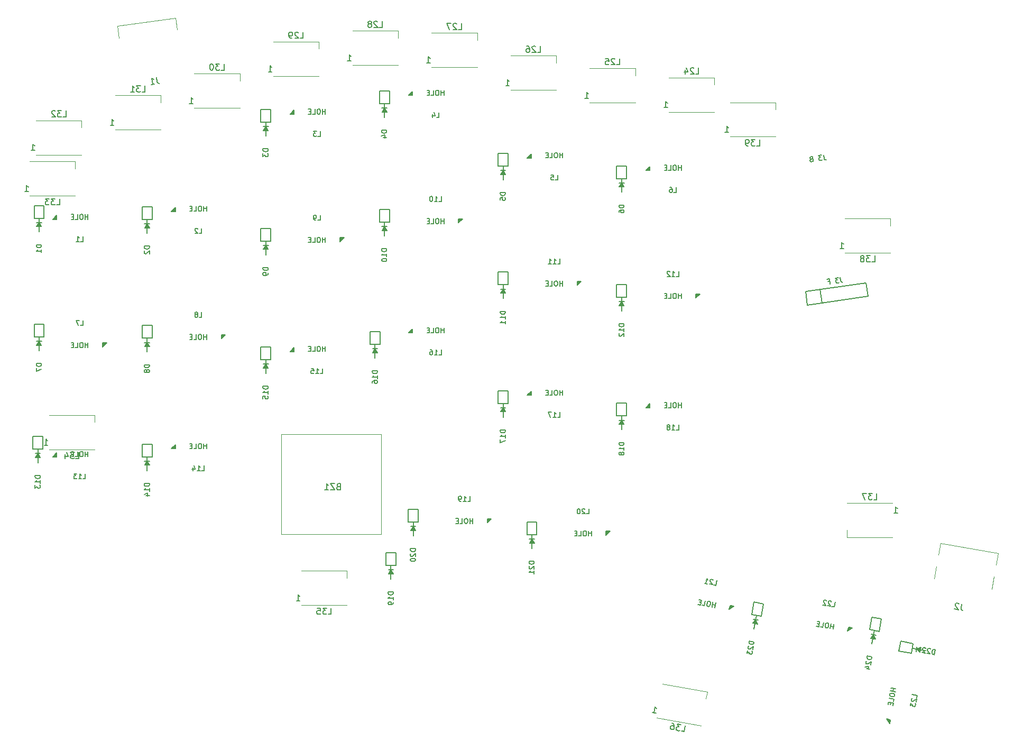
<source format=gbr>
%TF.GenerationSoftware,KiCad,Pcbnew,5.1.9*%
%TF.CreationDate,2021-05-15T18:24:56-05:00*%
%TF.ProjectId,nightwing,6e696768-7477-4696-9e67-2e6b69636164,rev?*%
%TF.SameCoordinates,Original*%
%TF.FileFunction,Legend,Bot*%
%TF.FilePolarity,Positive*%
%FSLAX46Y46*%
G04 Gerber Fmt 4.6, Leading zero omitted, Abs format (unit mm)*
G04 Created by KiCad (PCBNEW 5.1.9) date 2021-05-15 18:24:56*
%MOMM*%
%LPD*%
G01*
G04 APERTURE LIST*
%ADD10C,0.160000*%
%ADD11C,0.120000*%
%ADD12C,0.152400*%
%ADD13C,0.150000*%
G04 APERTURE END LIST*
D10*
%TO.C,J3*%
X150485384Y-49789172D02*
X140760951Y-51155852D01*
X140760951Y-51155852D02*
X140454771Y-48977262D01*
X140454771Y-48977262D02*
X150179203Y-47610582D01*
X150179203Y-47610582D02*
X150485384Y-49789172D01*
X143107887Y-50826011D02*
X142801706Y-48647422D01*
D11*
%TO.C,J1*%
X30517394Y-8403577D02*
X30252965Y-6522068D01*
X30252965Y-6522068D02*
X39561485Y-5213841D01*
X39825914Y-7095350D02*
X39561485Y-5213841D01*
%TO.C,L39*%
X135648592Y-18718521D02*
X135648592Y-19868521D01*
X128348592Y-18718521D02*
X135648592Y-18718521D01*
X128348592Y-24218521D02*
X135648592Y-24218521D01*
%TO.C,L38*%
X154080000Y-37310000D02*
X154080000Y-38460000D01*
X146780000Y-37310000D02*
X154080000Y-37310000D01*
X146780000Y-42810000D02*
X154080000Y-42810000D01*
%TO.C,L37*%
X147110000Y-88350000D02*
X147110000Y-87200000D01*
X154410000Y-88350000D02*
X147110000Y-88350000D01*
X154410000Y-82850000D02*
X147110000Y-82850000D01*
%TO.C,L36*%
X124727044Y-113049367D02*
X124527348Y-114181895D01*
X117537947Y-111781735D02*
X124727044Y-113049367D01*
X116582882Y-117198177D02*
X123771979Y-118465809D01*
%TO.C,L35*%
X67024324Y-93717721D02*
X67024324Y-94867721D01*
X59724324Y-93717721D02*
X67024324Y-93717721D01*
X59724324Y-99217721D02*
X67024324Y-99217721D01*
%TO.C,L34*%
X26618505Y-68780487D02*
X26618505Y-69930487D01*
X19318505Y-68780487D02*
X26618505Y-68780487D01*
X19318505Y-74280487D02*
X26618505Y-74280487D01*
%TO.C,L33*%
X23524788Y-28187170D02*
X23524788Y-29337170D01*
X16224788Y-28187170D02*
X23524788Y-28187170D01*
X16224788Y-33687170D02*
X23524788Y-33687170D01*
%TO.C,L32*%
X17235000Y-27108641D02*
X24535000Y-27108641D01*
X24535000Y-21608641D02*
X24535000Y-22758641D01*
X17235000Y-21608641D02*
X24535000Y-21608641D01*
%TO.C,L31*%
X29905000Y-23108641D02*
X37205000Y-23108641D01*
X37205000Y-17608641D02*
X37205000Y-18758641D01*
X29905000Y-17608641D02*
X37205000Y-17608641D01*
%TO.C,L30*%
X42575000Y-19608641D02*
X49875000Y-19608641D01*
X49875000Y-14108641D02*
X49875000Y-15258641D01*
X42575000Y-14108641D02*
X49875000Y-14108641D01*
%TO.C,L29*%
X55235000Y-14508641D02*
X62535000Y-14508641D01*
X62535000Y-9008641D02*
X62535000Y-10158641D01*
X55235000Y-9008641D02*
X62535000Y-9008641D01*
%TO.C,L28*%
X67905000Y-12780000D02*
X75205000Y-12780000D01*
X75205000Y-7280000D02*
X75205000Y-8430000D01*
X67905000Y-7280000D02*
X75205000Y-7280000D01*
%TO.C,L27*%
X80575000Y-13120000D02*
X87875000Y-13120000D01*
X87875000Y-7620000D02*
X87875000Y-8770000D01*
X80575000Y-7620000D02*
X87875000Y-7620000D01*
%TO.C,L26*%
X93235000Y-16750000D02*
X100535000Y-16750000D01*
X100535000Y-11250000D02*
X100535000Y-12400000D01*
X93235000Y-11250000D02*
X100535000Y-11250000D01*
%TO.C,L25*%
X105905000Y-18750000D02*
X113205000Y-18750000D01*
X113205000Y-13250000D02*
X113205000Y-14400000D01*
X105905000Y-13250000D02*
X113205000Y-13250000D01*
%TO.C,L24*%
X118575000Y-20250000D02*
X125875000Y-20250000D01*
X125875000Y-14750000D02*
X125875000Y-15900000D01*
X118575000Y-14750000D02*
X125875000Y-14750000D01*
D10*
%TO.C,D1*%
X16925000Y-37274200D02*
X18525000Y-37274200D01*
G36*
X18106000Y-38595000D02*
G01*
X17725000Y-37960000D01*
X17344000Y-38595000D01*
X18106000Y-38595000D01*
G37*
X18106000Y-38595000D02*
X17725000Y-37960000D01*
X17344000Y-38595000D01*
X18106000Y-38595000D01*
X18525000Y-37274200D02*
X18525000Y-35241000D01*
X17725000Y-37299600D02*
X17725000Y-37960000D01*
X17318600Y-37960000D02*
X18131400Y-37960000D01*
X16925000Y-35241000D02*
X16925000Y-37274200D01*
X17344000Y-38595000D02*
X18106000Y-38595000D01*
X17725000Y-37960000D02*
X17344000Y-38595000D01*
X18525000Y-35241000D02*
X16925000Y-35241000D01*
X17725000Y-38595000D02*
X17725000Y-39458600D01*
X18106000Y-38595000D02*
X17725000Y-37960000D01*
%TO.C,D2*%
X34225000Y-37474200D02*
X35825000Y-37474200D01*
G36*
X35406000Y-38795000D02*
G01*
X35025000Y-38160000D01*
X34644000Y-38795000D01*
X35406000Y-38795000D01*
G37*
X35406000Y-38795000D02*
X35025000Y-38160000D01*
X34644000Y-38795000D01*
X35406000Y-38795000D01*
X35825000Y-37474200D02*
X35825000Y-35441000D01*
X35025000Y-37499600D02*
X35025000Y-38160000D01*
X34618600Y-38160000D02*
X35431400Y-38160000D01*
X34225000Y-35441000D02*
X34225000Y-37474200D01*
X34644000Y-38795000D02*
X35406000Y-38795000D01*
X35025000Y-38160000D02*
X34644000Y-38795000D01*
X35825000Y-35441000D02*
X34225000Y-35441000D01*
X35025000Y-38795000D02*
X35025000Y-39658600D01*
X35406000Y-38795000D02*
X35025000Y-38160000D01*
%TO.C,D3*%
X53225000Y-21924200D02*
X54825000Y-21924200D01*
G36*
X54406000Y-23245000D02*
G01*
X54025000Y-22610000D01*
X53644000Y-23245000D01*
X54406000Y-23245000D01*
G37*
X54406000Y-23245000D02*
X54025000Y-22610000D01*
X53644000Y-23245000D01*
X54406000Y-23245000D01*
X54825000Y-21924200D02*
X54825000Y-19891000D01*
X54025000Y-21949600D02*
X54025000Y-22610000D01*
X53618600Y-22610000D02*
X54431400Y-22610000D01*
X53225000Y-19891000D02*
X53225000Y-21924200D01*
X53644000Y-23245000D02*
X54406000Y-23245000D01*
X54025000Y-22610000D02*
X53644000Y-23245000D01*
X54825000Y-19891000D02*
X53225000Y-19891000D01*
X54025000Y-23245000D02*
X54025000Y-24108600D01*
X54406000Y-23245000D02*
X54025000Y-22610000D01*
%TO.C,D4*%
X72225000Y-18924200D02*
X73825000Y-18924200D01*
G36*
X73406000Y-20245000D02*
G01*
X73025000Y-19610000D01*
X72644000Y-20245000D01*
X73406000Y-20245000D01*
G37*
X73406000Y-20245000D02*
X73025000Y-19610000D01*
X72644000Y-20245000D01*
X73406000Y-20245000D01*
X73825000Y-18924200D02*
X73825000Y-16891000D01*
X73025000Y-18949600D02*
X73025000Y-19610000D01*
X72618600Y-19610000D02*
X73431400Y-19610000D01*
X72225000Y-16891000D02*
X72225000Y-18924200D01*
X72644000Y-20245000D02*
X73406000Y-20245000D01*
X73025000Y-19610000D02*
X72644000Y-20245000D01*
X73825000Y-16891000D02*
X72225000Y-16891000D01*
X73025000Y-20245000D02*
X73025000Y-21108600D01*
X73406000Y-20245000D02*
X73025000Y-19610000D01*
%TO.C,D5*%
X91225000Y-28924200D02*
X92825000Y-28924200D01*
G36*
X92406000Y-30245000D02*
G01*
X92025000Y-29610000D01*
X91644000Y-30245000D01*
X92406000Y-30245000D01*
G37*
X92406000Y-30245000D02*
X92025000Y-29610000D01*
X91644000Y-30245000D01*
X92406000Y-30245000D01*
X92825000Y-28924200D02*
X92825000Y-26891000D01*
X92025000Y-28949600D02*
X92025000Y-29610000D01*
X91618600Y-29610000D02*
X92431400Y-29610000D01*
X91225000Y-26891000D02*
X91225000Y-28924200D01*
X91644000Y-30245000D02*
X92406000Y-30245000D01*
X92025000Y-29610000D02*
X91644000Y-30245000D01*
X92825000Y-26891000D02*
X91225000Y-26891000D01*
X92025000Y-30245000D02*
X92025000Y-31108600D01*
X92406000Y-30245000D02*
X92025000Y-29610000D01*
%TO.C,D6*%
X110225000Y-30924200D02*
X111825000Y-30924200D01*
G36*
X111406000Y-32245000D02*
G01*
X111025000Y-31610000D01*
X110644000Y-32245000D01*
X111406000Y-32245000D01*
G37*
X111406000Y-32245000D02*
X111025000Y-31610000D01*
X110644000Y-32245000D01*
X111406000Y-32245000D01*
X111825000Y-30924200D02*
X111825000Y-28891000D01*
X111025000Y-30949600D02*
X111025000Y-31610000D01*
X110618600Y-31610000D02*
X111431400Y-31610000D01*
X110225000Y-28891000D02*
X110225000Y-30924200D01*
X110644000Y-32245000D02*
X111406000Y-32245000D01*
X111025000Y-31610000D02*
X110644000Y-32245000D01*
X111825000Y-28891000D02*
X110225000Y-28891000D01*
X111025000Y-32245000D02*
X111025000Y-33108600D01*
X111406000Y-32245000D02*
X111025000Y-31610000D01*
%TO.C,D7*%
X16925000Y-56274200D02*
X18525000Y-56274200D01*
G36*
X18106000Y-57595000D02*
G01*
X17725000Y-56960000D01*
X17344000Y-57595000D01*
X18106000Y-57595000D01*
G37*
X18106000Y-57595000D02*
X17725000Y-56960000D01*
X17344000Y-57595000D01*
X18106000Y-57595000D01*
X18525000Y-56274200D02*
X18525000Y-54241000D01*
X17725000Y-56299600D02*
X17725000Y-56960000D01*
X17318600Y-56960000D02*
X18131400Y-56960000D01*
X16925000Y-54241000D02*
X16925000Y-56274200D01*
X17344000Y-57595000D02*
X18106000Y-57595000D01*
X17725000Y-56960000D02*
X17344000Y-57595000D01*
X18525000Y-54241000D02*
X16925000Y-54241000D01*
X17725000Y-57595000D02*
X17725000Y-58458600D01*
X18106000Y-57595000D02*
X17725000Y-56960000D01*
%TO.C,D8*%
X34225000Y-56474200D02*
X35825000Y-56474200D01*
G36*
X35406000Y-57795000D02*
G01*
X35025000Y-57160000D01*
X34644000Y-57795000D01*
X35406000Y-57795000D01*
G37*
X35406000Y-57795000D02*
X35025000Y-57160000D01*
X34644000Y-57795000D01*
X35406000Y-57795000D01*
X35825000Y-56474200D02*
X35825000Y-54441000D01*
X35025000Y-56499600D02*
X35025000Y-57160000D01*
X34618600Y-57160000D02*
X35431400Y-57160000D01*
X34225000Y-54441000D02*
X34225000Y-56474200D01*
X34644000Y-57795000D02*
X35406000Y-57795000D01*
X35025000Y-57160000D02*
X34644000Y-57795000D01*
X35825000Y-54441000D02*
X34225000Y-54441000D01*
X35025000Y-57795000D02*
X35025000Y-58658600D01*
X35406000Y-57795000D02*
X35025000Y-57160000D01*
%TO.C,D9*%
X53225000Y-40924200D02*
X54825000Y-40924200D01*
G36*
X54406000Y-42245000D02*
G01*
X54025000Y-41610000D01*
X53644000Y-42245000D01*
X54406000Y-42245000D01*
G37*
X54406000Y-42245000D02*
X54025000Y-41610000D01*
X53644000Y-42245000D01*
X54406000Y-42245000D01*
X54825000Y-40924200D02*
X54825000Y-38891000D01*
X54025000Y-40949600D02*
X54025000Y-41610000D01*
X53618600Y-41610000D02*
X54431400Y-41610000D01*
X53225000Y-38891000D02*
X53225000Y-40924200D01*
X53644000Y-42245000D02*
X54406000Y-42245000D01*
X54025000Y-41610000D02*
X53644000Y-42245000D01*
X54825000Y-38891000D02*
X53225000Y-38891000D01*
X54025000Y-42245000D02*
X54025000Y-43108600D01*
X54406000Y-42245000D02*
X54025000Y-41610000D01*
%TO.C,D10*%
X72225000Y-37924200D02*
X73825000Y-37924200D01*
G36*
X73406000Y-39245000D02*
G01*
X73025000Y-38610000D01*
X72644000Y-39245000D01*
X73406000Y-39245000D01*
G37*
X73406000Y-39245000D02*
X73025000Y-38610000D01*
X72644000Y-39245000D01*
X73406000Y-39245000D01*
X73825000Y-37924200D02*
X73825000Y-35891000D01*
X73025000Y-37949600D02*
X73025000Y-38610000D01*
X72618600Y-38610000D02*
X73431400Y-38610000D01*
X72225000Y-35891000D02*
X72225000Y-37924200D01*
X72644000Y-39245000D02*
X73406000Y-39245000D01*
X73025000Y-38610000D02*
X72644000Y-39245000D01*
X73825000Y-35891000D02*
X72225000Y-35891000D01*
X73025000Y-39245000D02*
X73025000Y-40108600D01*
X73406000Y-39245000D02*
X73025000Y-38610000D01*
%TO.C,D11*%
X91225000Y-47924200D02*
X92825000Y-47924200D01*
G36*
X92406000Y-49245000D02*
G01*
X92025000Y-48610000D01*
X91644000Y-49245000D01*
X92406000Y-49245000D01*
G37*
X92406000Y-49245000D02*
X92025000Y-48610000D01*
X91644000Y-49245000D01*
X92406000Y-49245000D01*
X92825000Y-47924200D02*
X92825000Y-45891000D01*
X92025000Y-47949600D02*
X92025000Y-48610000D01*
X91618600Y-48610000D02*
X92431400Y-48610000D01*
X91225000Y-45891000D02*
X91225000Y-47924200D01*
X91644000Y-49245000D02*
X92406000Y-49245000D01*
X92025000Y-48610000D02*
X91644000Y-49245000D01*
X92825000Y-45891000D02*
X91225000Y-45891000D01*
X92025000Y-49245000D02*
X92025000Y-50108600D01*
X92406000Y-49245000D02*
X92025000Y-48610000D01*
%TO.C,D12*%
X110225000Y-49924200D02*
X111825000Y-49924200D01*
G36*
X111406000Y-51245000D02*
G01*
X111025000Y-50610000D01*
X110644000Y-51245000D01*
X111406000Y-51245000D01*
G37*
X111406000Y-51245000D02*
X111025000Y-50610000D01*
X110644000Y-51245000D01*
X111406000Y-51245000D01*
X111825000Y-49924200D02*
X111825000Y-47891000D01*
X111025000Y-49949600D02*
X111025000Y-50610000D01*
X110618600Y-50610000D02*
X111431400Y-50610000D01*
X110225000Y-47891000D02*
X110225000Y-49924200D01*
X110644000Y-51245000D02*
X111406000Y-51245000D01*
X111025000Y-50610000D02*
X110644000Y-51245000D01*
X111825000Y-47891000D02*
X110225000Y-47891000D01*
X111025000Y-51245000D02*
X111025000Y-52108600D01*
X111406000Y-51245000D02*
X111025000Y-50610000D01*
%TO.C,D13*%
X16731063Y-74213647D02*
X18331063Y-74213647D01*
G36*
X17912063Y-75534447D02*
G01*
X17531063Y-74899447D01*
X17150063Y-75534447D01*
X17912063Y-75534447D01*
G37*
X17912063Y-75534447D02*
X17531063Y-74899447D01*
X17150063Y-75534447D01*
X17912063Y-75534447D01*
X18331063Y-74213647D02*
X18331063Y-72180447D01*
X17531063Y-74239047D02*
X17531063Y-74899447D01*
X17124663Y-74899447D02*
X17937463Y-74899447D01*
X16731063Y-72180447D02*
X16731063Y-74213647D01*
X17150063Y-75534447D02*
X17912063Y-75534447D01*
X17531063Y-74899447D02*
X17150063Y-75534447D01*
X18331063Y-72180447D02*
X16731063Y-72180447D01*
X17531063Y-75534447D02*
X17531063Y-76398047D01*
X17912063Y-75534447D02*
X17531063Y-74899447D01*
%TO.C,D14*%
X34225000Y-75474200D02*
X35825000Y-75474200D01*
G36*
X35406000Y-76795000D02*
G01*
X35025000Y-76160000D01*
X34644000Y-76795000D01*
X35406000Y-76795000D01*
G37*
X35406000Y-76795000D02*
X35025000Y-76160000D01*
X34644000Y-76795000D01*
X35406000Y-76795000D01*
X35825000Y-75474200D02*
X35825000Y-73441000D01*
X35025000Y-75499600D02*
X35025000Y-76160000D01*
X34618600Y-76160000D02*
X35431400Y-76160000D01*
X34225000Y-73441000D02*
X34225000Y-75474200D01*
X34644000Y-76795000D02*
X35406000Y-76795000D01*
X35025000Y-76160000D02*
X34644000Y-76795000D01*
X35825000Y-73441000D02*
X34225000Y-73441000D01*
X35025000Y-76795000D02*
X35025000Y-77658600D01*
X35406000Y-76795000D02*
X35025000Y-76160000D01*
%TO.C,D15*%
X53225000Y-59924200D02*
X54825000Y-59924200D01*
G36*
X54406000Y-61245000D02*
G01*
X54025000Y-60610000D01*
X53644000Y-61245000D01*
X54406000Y-61245000D01*
G37*
X54406000Y-61245000D02*
X54025000Y-60610000D01*
X53644000Y-61245000D01*
X54406000Y-61245000D01*
X54825000Y-59924200D02*
X54825000Y-57891000D01*
X54025000Y-59949600D02*
X54025000Y-60610000D01*
X53618600Y-60610000D02*
X54431400Y-60610000D01*
X53225000Y-57891000D02*
X53225000Y-59924200D01*
X53644000Y-61245000D02*
X54406000Y-61245000D01*
X54025000Y-60610000D02*
X53644000Y-61245000D01*
X54825000Y-57891000D02*
X53225000Y-57891000D01*
X54025000Y-61245000D02*
X54025000Y-62108600D01*
X54406000Y-61245000D02*
X54025000Y-60610000D01*
%TO.C,D16*%
X70730487Y-57444054D02*
X72330487Y-57444054D01*
G36*
X71911487Y-58764854D02*
G01*
X71530487Y-58129854D01*
X71149487Y-58764854D01*
X71911487Y-58764854D01*
G37*
X71911487Y-58764854D02*
X71530487Y-58129854D01*
X71149487Y-58764854D01*
X71911487Y-58764854D01*
X72330487Y-57444054D02*
X72330487Y-55410854D01*
X71530487Y-57469454D02*
X71530487Y-58129854D01*
X71124087Y-58129854D02*
X71936887Y-58129854D01*
X70730487Y-55410854D02*
X70730487Y-57444054D01*
X71149487Y-58764854D02*
X71911487Y-58764854D01*
X71530487Y-58129854D02*
X71149487Y-58764854D01*
X72330487Y-55410854D02*
X70730487Y-55410854D01*
X71530487Y-58764854D02*
X71530487Y-59628454D01*
X71911487Y-58764854D02*
X71530487Y-58129854D01*
%TO.C,D17*%
X91225000Y-66924200D02*
X92825000Y-66924200D01*
G36*
X92406000Y-68245000D02*
G01*
X92025000Y-67610000D01*
X91644000Y-68245000D01*
X92406000Y-68245000D01*
G37*
X92406000Y-68245000D02*
X92025000Y-67610000D01*
X91644000Y-68245000D01*
X92406000Y-68245000D01*
X92825000Y-66924200D02*
X92825000Y-64891000D01*
X92025000Y-66949600D02*
X92025000Y-67610000D01*
X91618600Y-67610000D02*
X92431400Y-67610000D01*
X91225000Y-64891000D02*
X91225000Y-66924200D01*
X91644000Y-68245000D02*
X92406000Y-68245000D01*
X92025000Y-67610000D02*
X91644000Y-68245000D01*
X92825000Y-64891000D02*
X91225000Y-64891000D01*
X92025000Y-68245000D02*
X92025000Y-69108600D01*
X92406000Y-68245000D02*
X92025000Y-67610000D01*
%TO.C,D18*%
X110225000Y-68924200D02*
X111825000Y-68924200D01*
G36*
X111406000Y-70245000D02*
G01*
X111025000Y-69610000D01*
X110644000Y-70245000D01*
X111406000Y-70245000D01*
G37*
X111406000Y-70245000D02*
X111025000Y-69610000D01*
X110644000Y-70245000D01*
X111406000Y-70245000D01*
X111825000Y-68924200D02*
X111825000Y-66891000D01*
X111025000Y-68949600D02*
X111025000Y-69610000D01*
X110618600Y-69610000D02*
X111431400Y-69610000D01*
X110225000Y-66891000D02*
X110225000Y-68924200D01*
X110644000Y-70245000D02*
X111406000Y-70245000D01*
X111025000Y-69610000D02*
X110644000Y-70245000D01*
X111825000Y-66891000D02*
X110225000Y-66891000D01*
X111025000Y-70245000D02*
X111025000Y-71108600D01*
X111406000Y-70245000D02*
X111025000Y-69610000D01*
%TO.C,D19*%
X73261710Y-92869698D02*
X74861710Y-92869698D01*
G36*
X74442710Y-94190498D02*
G01*
X74061710Y-93555498D01*
X73680710Y-94190498D01*
X74442710Y-94190498D01*
G37*
X74442710Y-94190498D02*
X74061710Y-93555498D01*
X73680710Y-94190498D01*
X74442710Y-94190498D01*
X74861710Y-92869698D02*
X74861710Y-90836498D01*
X74061710Y-92895098D02*
X74061710Y-93555498D01*
X73655310Y-93555498D02*
X74468110Y-93555498D01*
X73261710Y-90836498D02*
X73261710Y-92869698D01*
X73680710Y-94190498D02*
X74442710Y-94190498D01*
X74061710Y-93555498D02*
X73680710Y-94190498D01*
X74861710Y-90836498D02*
X73261710Y-90836498D01*
X74061710Y-94190498D02*
X74061710Y-95054098D01*
X74442710Y-94190498D02*
X74061710Y-93555498D01*
%TO.C,D20*%
X76837500Y-85933200D02*
X78437500Y-85933200D01*
G36*
X78018500Y-87254000D02*
G01*
X77637500Y-86619000D01*
X77256500Y-87254000D01*
X78018500Y-87254000D01*
G37*
X78018500Y-87254000D02*
X77637500Y-86619000D01*
X77256500Y-87254000D01*
X78018500Y-87254000D01*
X78437500Y-85933200D02*
X78437500Y-83900000D01*
X77637500Y-85958600D02*
X77637500Y-86619000D01*
X77231100Y-86619000D02*
X78043900Y-86619000D01*
X76837500Y-83900000D02*
X76837500Y-85933200D01*
X77256500Y-87254000D02*
X78018500Y-87254000D01*
X77637500Y-86619000D02*
X77256500Y-87254000D01*
X78437500Y-83900000D02*
X76837500Y-83900000D01*
X77637500Y-87254000D02*
X77637500Y-88117600D01*
X78018500Y-87254000D02*
X77637500Y-86619000D01*
%TO.C,D21*%
X95837500Y-87933200D02*
X97437500Y-87933200D01*
G36*
X97018500Y-89254000D02*
G01*
X96637500Y-88619000D01*
X96256500Y-89254000D01*
X97018500Y-89254000D01*
G37*
X97018500Y-89254000D02*
X96637500Y-88619000D01*
X96256500Y-89254000D01*
X97018500Y-89254000D01*
X97437500Y-87933200D02*
X97437500Y-85900000D01*
X96637500Y-87958600D02*
X96637500Y-88619000D01*
X96231100Y-88619000D02*
X97043900Y-88619000D01*
X95837500Y-85900000D02*
X95837500Y-87933200D01*
X96256500Y-89254000D02*
X97018500Y-89254000D01*
X96637500Y-88619000D02*
X96256500Y-89254000D01*
X97437500Y-85900000D02*
X95837500Y-85900000D01*
X96637500Y-89254000D02*
X96637500Y-90117600D01*
X97018500Y-89254000D02*
X96637500Y-88619000D01*
%TO.C,D22*%
X157430330Y-106908750D02*
X157708167Y-105333058D01*
G36*
X158936142Y-105975047D02*
G01*
X158244629Y-106239992D01*
X158803822Y-106725470D01*
X158936142Y-105975047D01*
G37*
X158936142Y-105975047D02*
X158244629Y-106239992D01*
X158803822Y-106725470D01*
X158936142Y-105975047D01*
X157708167Y-105333058D02*
X155705856Y-104979996D01*
X157594262Y-106125315D02*
X158244629Y-106239992D01*
X158174059Y-106640218D02*
X158315200Y-105839766D01*
X155428018Y-106555689D02*
X157430330Y-106908750D01*
X158803822Y-106725470D02*
X158936142Y-105975047D01*
X158244629Y-106239992D02*
X158803822Y-106725470D01*
X155705856Y-104979996D02*
X155428018Y-106555689D01*
X158869982Y-106350259D02*
X159720462Y-106500221D01*
X158936142Y-105975047D02*
X158244629Y-106239992D01*
%TO.C,D23*%
X131821250Y-100710330D02*
X133396942Y-100988167D01*
G36*
X132754953Y-102216142D02*
G01*
X132490008Y-101524629D01*
X132004530Y-102083822D01*
X132754953Y-102216142D01*
G37*
X132754953Y-102216142D02*
X132490008Y-101524629D01*
X132004530Y-102083822D01*
X132754953Y-102216142D01*
X133396942Y-100988167D02*
X133750004Y-98985856D01*
X132604685Y-100874262D02*
X132490008Y-101524629D01*
X132089782Y-101454059D02*
X132890234Y-101595200D01*
X132174311Y-98708018D02*
X131821250Y-100710330D01*
X132004530Y-102083822D02*
X132754953Y-102216142D01*
X132490008Y-101524629D02*
X132004530Y-102083822D01*
X133750004Y-98985856D02*
X132174311Y-98708018D01*
X132379741Y-102149982D02*
X132229779Y-103000462D01*
X132754953Y-102216142D02*
X132490008Y-101524629D01*
%TO.C,D24*%
X150701250Y-103120330D02*
X152276942Y-103398167D01*
G36*
X151634953Y-104626142D02*
G01*
X151370008Y-103934629D01*
X150884530Y-104493822D01*
X151634953Y-104626142D01*
G37*
X151634953Y-104626142D02*
X151370008Y-103934629D01*
X150884530Y-104493822D01*
X151634953Y-104626142D01*
X152276942Y-103398167D02*
X152630004Y-101395856D01*
X151484685Y-103284262D02*
X151370008Y-103934629D01*
X150969782Y-103864059D02*
X151770234Y-104005200D01*
X151054311Y-101118018D02*
X150701250Y-103120330D01*
X150884530Y-104493822D02*
X151634953Y-104626142D01*
X151370008Y-103934629D02*
X150884530Y-104493822D01*
X152630004Y-101395856D02*
X151054311Y-101118018D01*
X151259741Y-104559982D02*
X151109779Y-105410462D01*
X151634953Y-104626142D02*
X151370008Y-103934629D01*
D11*
%TO.C,BZ1*%
X72499312Y-87874148D02*
X72499312Y-71874148D01*
X72499312Y-71874148D02*
X56499312Y-71874148D01*
X56499312Y-71874148D02*
X56499312Y-87874148D01*
X56499312Y-87874148D02*
X72499312Y-87874148D01*
%TO.C,J2*%
X162078110Y-89279601D02*
X171335303Y-90911894D01*
X170328144Y-96623779D02*
X170675440Y-94654164D01*
X171005372Y-92783029D02*
X171335303Y-90911894D01*
X161070951Y-94991486D02*
X161418247Y-93021871D01*
X161748179Y-91150736D02*
X162078110Y-89279601D01*
D10*
%TO.C,L1*%
G36*
X20542000Y-36825000D02*
G01*
X20542000Y-37460000D01*
X19907000Y-37460000D01*
X20542000Y-36825000D01*
G37*
X20542000Y-36825000D02*
X20542000Y-37460000D01*
X19907000Y-37460000D01*
X20542000Y-36825000D01*
%TO.C,L2*%
G36*
X39542000Y-35525000D02*
G01*
X39542000Y-36160000D01*
X38907000Y-36160000D01*
X39542000Y-35525000D01*
G37*
X39542000Y-35525000D02*
X39542000Y-36160000D01*
X38907000Y-36160000D01*
X39542000Y-35525000D01*
%TO.C,L3*%
G36*
X58542000Y-19975000D02*
G01*
X58542000Y-20610000D01*
X57907000Y-20610000D01*
X58542000Y-19975000D01*
G37*
X58542000Y-19975000D02*
X58542000Y-20610000D01*
X57907000Y-20610000D01*
X58542000Y-19975000D01*
%TO.C,L4*%
G36*
X77542000Y-16975000D02*
G01*
X77542000Y-17610000D01*
X76907000Y-17610000D01*
X77542000Y-16975000D01*
G37*
X77542000Y-16975000D02*
X77542000Y-17610000D01*
X76907000Y-17610000D01*
X77542000Y-16975000D01*
%TO.C,L5*%
G36*
X96542000Y-26975000D02*
G01*
X96542000Y-27610000D01*
X95907000Y-27610000D01*
X96542000Y-26975000D01*
G37*
X96542000Y-26975000D02*
X96542000Y-27610000D01*
X95907000Y-27610000D01*
X96542000Y-26975000D01*
%TO.C,L6*%
G36*
X115542000Y-28975000D02*
G01*
X115542000Y-29610000D01*
X114907000Y-29610000D01*
X115542000Y-28975000D01*
G37*
X115542000Y-28975000D02*
X115542000Y-29610000D01*
X114907000Y-29610000D01*
X115542000Y-28975000D01*
%TO.C,L7*%
G36*
X27908000Y-57857000D02*
G01*
X27908000Y-57222000D01*
X28543000Y-57222000D01*
X27908000Y-57857000D01*
G37*
X27908000Y-57857000D02*
X27908000Y-57222000D01*
X28543000Y-57222000D01*
X27908000Y-57857000D01*
%TO.C,L8*%
G36*
X46908000Y-56557000D02*
G01*
X46908000Y-55922000D01*
X47543000Y-55922000D01*
X46908000Y-56557000D01*
G37*
X46908000Y-56557000D02*
X46908000Y-55922000D01*
X47543000Y-55922000D01*
X46908000Y-56557000D01*
%TO.C,L9*%
G36*
X65908000Y-41007000D02*
G01*
X65908000Y-40372000D01*
X66543000Y-40372000D01*
X65908000Y-41007000D01*
G37*
X65908000Y-41007000D02*
X65908000Y-40372000D01*
X66543000Y-40372000D01*
X65908000Y-41007000D01*
%TO.C,L10*%
G36*
X84908000Y-38007000D02*
G01*
X84908000Y-37372000D01*
X85543000Y-37372000D01*
X84908000Y-38007000D01*
G37*
X84908000Y-38007000D02*
X84908000Y-37372000D01*
X85543000Y-37372000D01*
X84908000Y-38007000D01*
%TO.C,L11*%
G36*
X103908000Y-48007000D02*
G01*
X103908000Y-47372000D01*
X104543000Y-47372000D01*
X103908000Y-48007000D01*
G37*
X103908000Y-48007000D02*
X103908000Y-47372000D01*
X104543000Y-47372000D01*
X103908000Y-48007000D01*
%TO.C,L12*%
G36*
X122908000Y-50007000D02*
G01*
X122908000Y-49372000D01*
X123543000Y-49372000D01*
X122908000Y-50007000D01*
G37*
X122908000Y-50007000D02*
X122908000Y-49372000D01*
X123543000Y-49372000D01*
X122908000Y-50007000D01*
%TO.C,L13*%
G36*
X20542000Y-74825000D02*
G01*
X20542000Y-75460000D01*
X19907000Y-75460000D01*
X20542000Y-74825000D01*
G37*
X20542000Y-74825000D02*
X20542000Y-75460000D01*
X19907000Y-75460000D01*
X20542000Y-74825000D01*
%TO.C,L14*%
G36*
X39542000Y-73525000D02*
G01*
X39542000Y-74160000D01*
X38907000Y-74160000D01*
X39542000Y-73525000D01*
G37*
X39542000Y-73525000D02*
X39542000Y-74160000D01*
X38907000Y-74160000D01*
X39542000Y-73525000D01*
%TO.C,L15*%
G36*
X58542000Y-57975000D02*
G01*
X58542000Y-58610000D01*
X57907000Y-58610000D01*
X58542000Y-57975000D01*
G37*
X58542000Y-57975000D02*
X58542000Y-58610000D01*
X57907000Y-58610000D01*
X58542000Y-57975000D01*
%TO.C,L16*%
G36*
X77542000Y-54975000D02*
G01*
X77542000Y-55610000D01*
X76907000Y-55610000D01*
X77542000Y-54975000D01*
G37*
X77542000Y-54975000D02*
X77542000Y-55610000D01*
X76907000Y-55610000D01*
X77542000Y-54975000D01*
%TO.C,L17*%
G36*
X96542000Y-64975000D02*
G01*
X96542000Y-65610000D01*
X95907000Y-65610000D01*
X96542000Y-64975000D01*
G37*
X96542000Y-64975000D02*
X96542000Y-65610000D01*
X95907000Y-65610000D01*
X96542000Y-64975000D01*
%TO.C,L18*%
G36*
X115542000Y-66975000D02*
G01*
X115542000Y-67610000D01*
X114907000Y-67610000D01*
X115542000Y-66975000D01*
G37*
X115542000Y-66975000D02*
X115542000Y-67610000D01*
X114907000Y-67610000D01*
X115542000Y-66975000D01*
%TO.C,L19*%
G36*
X89520500Y-86016000D02*
G01*
X89520500Y-85381000D01*
X90155500Y-85381000D01*
X89520500Y-86016000D01*
G37*
X89520500Y-86016000D02*
X89520500Y-85381000D01*
X90155500Y-85381000D01*
X89520500Y-86016000D01*
%TO.C,L20*%
G36*
X108520500Y-88016000D02*
G01*
X108520500Y-87381000D01*
X109155500Y-87381000D01*
X108520500Y-88016000D01*
G37*
X108520500Y-88016000D02*
X108520500Y-87381000D01*
X109155500Y-87381000D01*
X108520500Y-88016000D01*
%TO.C,L21*%
G36*
X128259124Y-99885914D02*
G01*
X128369391Y-99260561D01*
X128994744Y-99370828D01*
X128259124Y-99885914D01*
G37*
X128259124Y-99885914D02*
X128369391Y-99260561D01*
X128994744Y-99370828D01*
X128259124Y-99885914D01*
%TO.C,L22*%
G36*
X147200620Y-103340111D02*
G01*
X147310887Y-102714758D01*
X147936240Y-102825025D01*
X147200620Y-103340111D01*
G37*
X147200620Y-103340111D02*
X147310887Y-102714758D01*
X147936240Y-102825025D01*
X147200620Y-103340111D01*
%TO.C,L23*%
G36*
X153449889Y-117430620D02*
G01*
X154075242Y-117540887D01*
X153964975Y-118166240D01*
X153449889Y-117430620D01*
G37*
X153449889Y-117430620D02*
X154075242Y-117540887D01*
X153964975Y-118166240D01*
X153449889Y-117430620D01*
%TO.C,J3*%
D12*
X146035741Y-46733601D02*
X146116541Y-47308522D01*
X146171029Y-47418120D01*
X146258459Y-47484002D01*
X146378829Y-47506171D01*
X146455486Y-47495397D01*
X145729116Y-46776694D02*
X145230851Y-46846720D01*
X145542241Y-47115639D01*
X145427257Y-47131799D01*
X145355987Y-47180900D01*
X145323046Y-47224615D01*
X145295491Y-47306658D01*
X145322424Y-47498298D01*
X145371526Y-47569568D01*
X145415241Y-47602509D01*
X145497283Y-47630064D01*
X145727252Y-47597744D01*
X145798521Y-47548642D01*
X145831463Y-47504928D01*
X144058219Y-47402375D02*
X144326516Y-47364668D01*
X144385769Y-47786277D02*
X144272649Y-46981387D01*
X143889368Y-47035254D01*
X143337605Y-27118213D02*
X143418405Y-27693134D01*
X143472893Y-27802732D01*
X143560323Y-27868614D01*
X143680694Y-27890783D01*
X143757350Y-27880009D01*
X143030980Y-27161306D02*
X142532715Y-27231332D01*
X142844105Y-27500251D01*
X142729121Y-27516411D01*
X142657851Y-27565512D01*
X142624910Y-27609227D01*
X142597355Y-27691270D01*
X142624289Y-27882910D01*
X142673390Y-27954180D01*
X142717105Y-27987121D01*
X142799148Y-28014676D01*
X143029116Y-27982356D01*
X143100386Y-27933254D01*
X143133327Y-27889540D01*
X141360083Y-27786987D02*
X141250485Y-27841475D01*
X141217544Y-27885189D01*
X141189989Y-27967232D01*
X141206149Y-28082217D01*
X141255251Y-28153486D01*
X141298965Y-28186427D01*
X141381008Y-28213982D01*
X141687633Y-28170889D01*
X141574513Y-27365999D01*
X141306216Y-27403706D01*
X141234947Y-27452807D01*
X141202005Y-27496522D01*
X141174451Y-27578565D01*
X141185224Y-27655221D01*
X141234325Y-27726490D01*
X141278040Y-27759432D01*
X141360083Y-27786987D01*
X141628380Y-27749280D01*
%TO.C,J1*%
D13*
X36489507Y-14731382D02*
X36588916Y-15438716D01*
X36655954Y-15573556D01*
X36763520Y-15654612D01*
X36911614Y-15681886D01*
X37005925Y-15668632D01*
X35638412Y-15860823D02*
X36204280Y-15781295D01*
X35921346Y-15821059D02*
X35782173Y-14830791D01*
X35896366Y-14959003D01*
X36003932Y-15040060D01*
X36104870Y-15073961D01*
%TO.C,L39*%
X132641449Y-25670901D02*
X133117639Y-25670901D01*
X133117639Y-24670901D01*
X132403353Y-24670901D02*
X131784306Y-24670901D01*
X132117639Y-25051854D01*
X131974782Y-25051854D01*
X131879544Y-25099473D01*
X131831925Y-25147092D01*
X131784306Y-25242330D01*
X131784306Y-25480425D01*
X131831925Y-25575663D01*
X131879544Y-25623282D01*
X131974782Y-25670901D01*
X132260496Y-25670901D01*
X132355734Y-25623282D01*
X132403353Y-25575663D01*
X131308115Y-25670901D02*
X131117639Y-25670901D01*
X131022401Y-25623282D01*
X130974782Y-25575663D01*
X130879544Y-25432806D01*
X130831925Y-25242330D01*
X130831925Y-24861378D01*
X130879544Y-24766140D01*
X130927163Y-24718521D01*
X131022401Y-24670901D01*
X131212877Y-24670901D01*
X131308115Y-24718521D01*
X131355734Y-24766140D01*
X131403353Y-24861378D01*
X131403353Y-25099473D01*
X131355734Y-25194711D01*
X131308115Y-25242330D01*
X131212877Y-25289949D01*
X131022401Y-25289949D01*
X130927163Y-25242330D01*
X130879544Y-25194711D01*
X130831925Y-25099473D01*
X127562877Y-23520901D02*
X128134306Y-23520901D01*
X127848592Y-23520901D02*
X127848592Y-22520901D01*
X127943830Y-22663759D01*
X128039068Y-22758997D01*
X128134306Y-22806616D01*
%TO.C,L38*%
X151072857Y-44262380D02*
X151549047Y-44262380D01*
X151549047Y-43262380D01*
X150834761Y-43262380D02*
X150215714Y-43262380D01*
X150549047Y-43643333D01*
X150406190Y-43643333D01*
X150310952Y-43690952D01*
X150263333Y-43738571D01*
X150215714Y-43833809D01*
X150215714Y-44071904D01*
X150263333Y-44167142D01*
X150310952Y-44214761D01*
X150406190Y-44262380D01*
X150691904Y-44262380D01*
X150787142Y-44214761D01*
X150834761Y-44167142D01*
X149644285Y-43690952D02*
X149739523Y-43643333D01*
X149787142Y-43595714D01*
X149834761Y-43500476D01*
X149834761Y-43452857D01*
X149787142Y-43357619D01*
X149739523Y-43310000D01*
X149644285Y-43262380D01*
X149453809Y-43262380D01*
X149358571Y-43310000D01*
X149310952Y-43357619D01*
X149263333Y-43452857D01*
X149263333Y-43500476D01*
X149310952Y-43595714D01*
X149358571Y-43643333D01*
X149453809Y-43690952D01*
X149644285Y-43690952D01*
X149739523Y-43738571D01*
X149787142Y-43786190D01*
X149834761Y-43881428D01*
X149834761Y-44071904D01*
X149787142Y-44167142D01*
X149739523Y-44214761D01*
X149644285Y-44262380D01*
X149453809Y-44262380D01*
X149358571Y-44214761D01*
X149310952Y-44167142D01*
X149263333Y-44071904D01*
X149263333Y-43881428D01*
X149310952Y-43786190D01*
X149358571Y-43738571D01*
X149453809Y-43690952D01*
X145994285Y-42112380D02*
X146565714Y-42112380D01*
X146280000Y-42112380D02*
X146280000Y-41112380D01*
X146375238Y-41255238D01*
X146470476Y-41350476D01*
X146565714Y-41398095D01*
%TO.C,L37*%
X151402857Y-82302380D02*
X151879047Y-82302380D01*
X151879047Y-81302380D01*
X151164761Y-81302380D02*
X150545714Y-81302380D01*
X150879047Y-81683333D01*
X150736190Y-81683333D01*
X150640952Y-81730952D01*
X150593333Y-81778571D01*
X150545714Y-81873809D01*
X150545714Y-82111904D01*
X150593333Y-82207142D01*
X150640952Y-82254761D01*
X150736190Y-82302380D01*
X151021904Y-82302380D01*
X151117142Y-82254761D01*
X151164761Y-82207142D01*
X150212380Y-81302380D02*
X149545714Y-81302380D01*
X149974285Y-82302380D01*
X154624285Y-84452380D02*
X155195714Y-84452380D01*
X154910000Y-84452380D02*
X154910000Y-83452380D01*
X155005238Y-83595238D01*
X155100476Y-83690476D01*
X155195714Y-83738095D01*
%TO.C,L36*%
X120558317Y-119373940D02*
X121027273Y-119456629D01*
X121200921Y-118471822D01*
X120497487Y-118347787D02*
X119887844Y-118240291D01*
X120149962Y-118673338D01*
X120009275Y-118648531D01*
X119907215Y-118678889D01*
X119852050Y-118717516D01*
X119788617Y-118803038D01*
X119747272Y-119037516D01*
X119777630Y-119139576D01*
X119816256Y-119194741D01*
X119901779Y-119258174D01*
X120183152Y-119307788D01*
X120285212Y-119277430D01*
X120340377Y-119238804D01*
X119043723Y-118091449D02*
X119231306Y-118124525D01*
X119316828Y-118187959D01*
X119355455Y-118243123D01*
X119424439Y-118400348D01*
X119438259Y-118596199D01*
X119372107Y-118971364D01*
X119308674Y-119056887D01*
X119253509Y-119095513D01*
X119151449Y-119125871D01*
X118963866Y-119092795D01*
X118878344Y-119029362D01*
X118839718Y-118974197D01*
X118809360Y-118872137D01*
X118850705Y-118637659D01*
X118914138Y-118552137D01*
X118969303Y-118513510D01*
X119071363Y-118483152D01*
X119258945Y-118516228D01*
X119344468Y-118579662D01*
X119383094Y-118634826D01*
X119413452Y-118736886D01*
X115930245Y-116374718D02*
X116492992Y-116473946D01*
X116211618Y-116424332D02*
X116385267Y-115439524D01*
X116454251Y-115596749D01*
X116531504Y-115707078D01*
X116617026Y-115770511D01*
%TO.C,L35*%
X64017181Y-100670101D02*
X64493371Y-100670101D01*
X64493371Y-99670101D01*
X63779085Y-99670101D02*
X63160038Y-99670101D01*
X63493371Y-100051054D01*
X63350514Y-100051054D01*
X63255276Y-100098673D01*
X63207657Y-100146292D01*
X63160038Y-100241530D01*
X63160038Y-100479625D01*
X63207657Y-100574863D01*
X63255276Y-100622482D01*
X63350514Y-100670101D01*
X63636228Y-100670101D01*
X63731466Y-100622482D01*
X63779085Y-100574863D01*
X62255276Y-99670101D02*
X62731466Y-99670101D01*
X62779085Y-100146292D01*
X62731466Y-100098673D01*
X62636228Y-100051054D01*
X62398133Y-100051054D01*
X62302895Y-100098673D01*
X62255276Y-100146292D01*
X62207657Y-100241530D01*
X62207657Y-100479625D01*
X62255276Y-100574863D01*
X62302895Y-100622482D01*
X62398133Y-100670101D01*
X62636228Y-100670101D01*
X62731466Y-100622482D01*
X62779085Y-100574863D01*
X58938609Y-98520101D02*
X59510038Y-98520101D01*
X59224324Y-98520101D02*
X59224324Y-97520101D01*
X59319562Y-97662959D01*
X59414800Y-97758197D01*
X59510038Y-97805816D01*
%TO.C,L34*%
X23611362Y-75732867D02*
X24087552Y-75732867D01*
X24087552Y-74732867D01*
X23373266Y-74732867D02*
X22754219Y-74732867D01*
X23087552Y-75113820D01*
X22944695Y-75113820D01*
X22849457Y-75161439D01*
X22801838Y-75209058D01*
X22754219Y-75304296D01*
X22754219Y-75542391D01*
X22801838Y-75637629D01*
X22849457Y-75685248D01*
X22944695Y-75732867D01*
X23230409Y-75732867D01*
X23325647Y-75685248D01*
X23373266Y-75637629D01*
X21897076Y-75066201D02*
X21897076Y-75732867D01*
X22135171Y-74685248D02*
X22373266Y-75399534D01*
X21754219Y-75399534D01*
X18532790Y-73582867D02*
X19104219Y-73582867D01*
X18818505Y-73582867D02*
X18818505Y-72582867D01*
X18913743Y-72725725D01*
X19008981Y-72820963D01*
X19104219Y-72868582D01*
%TO.C,L33*%
X20517645Y-35139550D02*
X20993835Y-35139550D01*
X20993835Y-34139550D01*
X20279549Y-34139550D02*
X19660502Y-34139550D01*
X19993835Y-34520503D01*
X19850978Y-34520503D01*
X19755740Y-34568122D01*
X19708121Y-34615741D01*
X19660502Y-34710979D01*
X19660502Y-34949074D01*
X19708121Y-35044312D01*
X19755740Y-35091931D01*
X19850978Y-35139550D01*
X20136692Y-35139550D01*
X20231930Y-35091931D01*
X20279549Y-35044312D01*
X19327168Y-34139550D02*
X18708121Y-34139550D01*
X19041454Y-34520503D01*
X18898597Y-34520503D01*
X18803359Y-34568122D01*
X18755740Y-34615741D01*
X18708121Y-34710979D01*
X18708121Y-34949074D01*
X18755740Y-35044312D01*
X18803359Y-35091931D01*
X18898597Y-35139550D01*
X19184311Y-35139550D01*
X19279549Y-35091931D01*
X19327168Y-35044312D01*
X15439073Y-32989550D02*
X16010502Y-32989550D01*
X15724788Y-32989550D02*
X15724788Y-31989550D01*
X15820026Y-32132408D01*
X15915264Y-32227646D01*
X16010502Y-32275265D01*
%TO.C,L32*%
X21527857Y-21061021D02*
X22004047Y-21061021D01*
X22004047Y-20061021D01*
X21289761Y-20061021D02*
X20670714Y-20061021D01*
X21004047Y-20441974D01*
X20861190Y-20441974D01*
X20765952Y-20489593D01*
X20718333Y-20537212D01*
X20670714Y-20632450D01*
X20670714Y-20870545D01*
X20718333Y-20965783D01*
X20765952Y-21013402D01*
X20861190Y-21061021D01*
X21146904Y-21061021D01*
X21242142Y-21013402D01*
X21289761Y-20965783D01*
X20289761Y-20156260D02*
X20242142Y-20108641D01*
X20146904Y-20061021D01*
X19908809Y-20061021D01*
X19813571Y-20108641D01*
X19765952Y-20156260D01*
X19718333Y-20251498D01*
X19718333Y-20346736D01*
X19765952Y-20489593D01*
X20337380Y-21061021D01*
X19718333Y-21061021D01*
X16449285Y-26411021D02*
X17020714Y-26411021D01*
X16735000Y-26411021D02*
X16735000Y-25411021D01*
X16830238Y-25553879D01*
X16925476Y-25649117D01*
X17020714Y-25696736D01*
%TO.C,L31*%
X34197857Y-17061021D02*
X34674047Y-17061021D01*
X34674047Y-16061021D01*
X33959761Y-16061021D02*
X33340714Y-16061021D01*
X33674047Y-16441974D01*
X33531190Y-16441974D01*
X33435952Y-16489593D01*
X33388333Y-16537212D01*
X33340714Y-16632450D01*
X33340714Y-16870545D01*
X33388333Y-16965783D01*
X33435952Y-17013402D01*
X33531190Y-17061021D01*
X33816904Y-17061021D01*
X33912142Y-17013402D01*
X33959761Y-16965783D01*
X32388333Y-17061021D02*
X32959761Y-17061021D01*
X32674047Y-17061021D02*
X32674047Y-16061021D01*
X32769285Y-16203879D01*
X32864523Y-16299117D01*
X32959761Y-16346736D01*
X29119285Y-22411021D02*
X29690714Y-22411021D01*
X29405000Y-22411021D02*
X29405000Y-21411021D01*
X29500238Y-21553879D01*
X29595476Y-21649117D01*
X29690714Y-21696736D01*
%TO.C,L30*%
X46867857Y-13561021D02*
X47344047Y-13561021D01*
X47344047Y-12561021D01*
X46629761Y-12561021D02*
X46010714Y-12561021D01*
X46344047Y-12941974D01*
X46201190Y-12941974D01*
X46105952Y-12989593D01*
X46058333Y-13037212D01*
X46010714Y-13132450D01*
X46010714Y-13370545D01*
X46058333Y-13465783D01*
X46105952Y-13513402D01*
X46201190Y-13561021D01*
X46486904Y-13561021D01*
X46582142Y-13513402D01*
X46629761Y-13465783D01*
X45391666Y-12561021D02*
X45296428Y-12561021D01*
X45201190Y-12608641D01*
X45153571Y-12656260D01*
X45105952Y-12751498D01*
X45058333Y-12941974D01*
X45058333Y-13180069D01*
X45105952Y-13370545D01*
X45153571Y-13465783D01*
X45201190Y-13513402D01*
X45296428Y-13561021D01*
X45391666Y-13561021D01*
X45486904Y-13513402D01*
X45534523Y-13465783D01*
X45582142Y-13370545D01*
X45629761Y-13180069D01*
X45629761Y-12941974D01*
X45582142Y-12751498D01*
X45534523Y-12656260D01*
X45486904Y-12608641D01*
X45391666Y-12561021D01*
X41789285Y-18911021D02*
X42360714Y-18911021D01*
X42075000Y-18911021D02*
X42075000Y-17911021D01*
X42170238Y-18053879D01*
X42265476Y-18149117D01*
X42360714Y-18196736D01*
%TO.C,L29*%
X59527857Y-8461021D02*
X60004047Y-8461021D01*
X60004047Y-7461021D01*
X59242142Y-7556260D02*
X59194523Y-7508641D01*
X59099285Y-7461021D01*
X58861190Y-7461021D01*
X58765952Y-7508641D01*
X58718333Y-7556260D01*
X58670714Y-7651498D01*
X58670714Y-7746736D01*
X58718333Y-7889593D01*
X59289761Y-8461021D01*
X58670714Y-8461021D01*
X58194523Y-8461021D02*
X58004047Y-8461021D01*
X57908809Y-8413402D01*
X57861190Y-8365783D01*
X57765952Y-8222926D01*
X57718333Y-8032450D01*
X57718333Y-7651498D01*
X57765952Y-7556260D01*
X57813571Y-7508641D01*
X57908809Y-7461021D01*
X58099285Y-7461021D01*
X58194523Y-7508641D01*
X58242142Y-7556260D01*
X58289761Y-7651498D01*
X58289761Y-7889593D01*
X58242142Y-7984831D01*
X58194523Y-8032450D01*
X58099285Y-8080069D01*
X57908809Y-8080069D01*
X57813571Y-8032450D01*
X57765952Y-7984831D01*
X57718333Y-7889593D01*
X54449285Y-13811021D02*
X55020714Y-13811021D01*
X54735000Y-13811021D02*
X54735000Y-12811021D01*
X54830238Y-12953879D01*
X54925476Y-13049117D01*
X55020714Y-13096736D01*
%TO.C,L28*%
X72197857Y-6732380D02*
X72674047Y-6732380D01*
X72674047Y-5732380D01*
X71912142Y-5827619D02*
X71864523Y-5780000D01*
X71769285Y-5732380D01*
X71531190Y-5732380D01*
X71435952Y-5780000D01*
X71388333Y-5827619D01*
X71340714Y-5922857D01*
X71340714Y-6018095D01*
X71388333Y-6160952D01*
X71959761Y-6732380D01*
X71340714Y-6732380D01*
X70769285Y-6160952D02*
X70864523Y-6113333D01*
X70912142Y-6065714D01*
X70959761Y-5970476D01*
X70959761Y-5922857D01*
X70912142Y-5827619D01*
X70864523Y-5780000D01*
X70769285Y-5732380D01*
X70578809Y-5732380D01*
X70483571Y-5780000D01*
X70435952Y-5827619D01*
X70388333Y-5922857D01*
X70388333Y-5970476D01*
X70435952Y-6065714D01*
X70483571Y-6113333D01*
X70578809Y-6160952D01*
X70769285Y-6160952D01*
X70864523Y-6208571D01*
X70912142Y-6256190D01*
X70959761Y-6351428D01*
X70959761Y-6541904D01*
X70912142Y-6637142D01*
X70864523Y-6684761D01*
X70769285Y-6732380D01*
X70578809Y-6732380D01*
X70483571Y-6684761D01*
X70435952Y-6637142D01*
X70388333Y-6541904D01*
X70388333Y-6351428D01*
X70435952Y-6256190D01*
X70483571Y-6208571D01*
X70578809Y-6160952D01*
X67119285Y-12082380D02*
X67690714Y-12082380D01*
X67405000Y-12082380D02*
X67405000Y-11082380D01*
X67500238Y-11225238D01*
X67595476Y-11320476D01*
X67690714Y-11368095D01*
%TO.C,L27*%
X84867857Y-7072380D02*
X85344047Y-7072380D01*
X85344047Y-6072380D01*
X84582142Y-6167619D02*
X84534523Y-6120000D01*
X84439285Y-6072380D01*
X84201190Y-6072380D01*
X84105952Y-6120000D01*
X84058333Y-6167619D01*
X84010714Y-6262857D01*
X84010714Y-6358095D01*
X84058333Y-6500952D01*
X84629761Y-7072380D01*
X84010714Y-7072380D01*
X83677380Y-6072380D02*
X83010714Y-6072380D01*
X83439285Y-7072380D01*
X79789285Y-12422380D02*
X80360714Y-12422380D01*
X80075000Y-12422380D02*
X80075000Y-11422380D01*
X80170238Y-11565238D01*
X80265476Y-11660476D01*
X80360714Y-11708095D01*
%TO.C,L26*%
X97527857Y-10702380D02*
X98004047Y-10702380D01*
X98004047Y-9702380D01*
X97242142Y-9797619D02*
X97194523Y-9750000D01*
X97099285Y-9702380D01*
X96861190Y-9702380D01*
X96765952Y-9750000D01*
X96718333Y-9797619D01*
X96670714Y-9892857D01*
X96670714Y-9988095D01*
X96718333Y-10130952D01*
X97289761Y-10702380D01*
X96670714Y-10702380D01*
X95813571Y-9702380D02*
X96004047Y-9702380D01*
X96099285Y-9750000D01*
X96146904Y-9797619D01*
X96242142Y-9940476D01*
X96289761Y-10130952D01*
X96289761Y-10511904D01*
X96242142Y-10607142D01*
X96194523Y-10654761D01*
X96099285Y-10702380D01*
X95908809Y-10702380D01*
X95813571Y-10654761D01*
X95765952Y-10607142D01*
X95718333Y-10511904D01*
X95718333Y-10273809D01*
X95765952Y-10178571D01*
X95813571Y-10130952D01*
X95908809Y-10083333D01*
X96099285Y-10083333D01*
X96194523Y-10130952D01*
X96242142Y-10178571D01*
X96289761Y-10273809D01*
X92449285Y-16052380D02*
X93020714Y-16052380D01*
X92735000Y-16052380D02*
X92735000Y-15052380D01*
X92830238Y-15195238D01*
X92925476Y-15290476D01*
X93020714Y-15338095D01*
%TO.C,L25*%
X110197857Y-12702380D02*
X110674047Y-12702380D01*
X110674047Y-11702380D01*
X109912142Y-11797619D02*
X109864523Y-11750000D01*
X109769285Y-11702380D01*
X109531190Y-11702380D01*
X109435952Y-11750000D01*
X109388333Y-11797619D01*
X109340714Y-11892857D01*
X109340714Y-11988095D01*
X109388333Y-12130952D01*
X109959761Y-12702380D01*
X109340714Y-12702380D01*
X108435952Y-11702380D02*
X108912142Y-11702380D01*
X108959761Y-12178571D01*
X108912142Y-12130952D01*
X108816904Y-12083333D01*
X108578809Y-12083333D01*
X108483571Y-12130952D01*
X108435952Y-12178571D01*
X108388333Y-12273809D01*
X108388333Y-12511904D01*
X108435952Y-12607142D01*
X108483571Y-12654761D01*
X108578809Y-12702380D01*
X108816904Y-12702380D01*
X108912142Y-12654761D01*
X108959761Y-12607142D01*
X105119285Y-18052380D02*
X105690714Y-18052380D01*
X105405000Y-18052380D02*
X105405000Y-17052380D01*
X105500238Y-17195238D01*
X105595476Y-17290476D01*
X105690714Y-17338095D01*
%TO.C,L24*%
X122867857Y-14202380D02*
X123344047Y-14202380D01*
X123344047Y-13202380D01*
X122582142Y-13297619D02*
X122534523Y-13250000D01*
X122439285Y-13202380D01*
X122201190Y-13202380D01*
X122105952Y-13250000D01*
X122058333Y-13297619D01*
X122010714Y-13392857D01*
X122010714Y-13488095D01*
X122058333Y-13630952D01*
X122629761Y-14202380D01*
X122010714Y-14202380D01*
X121153571Y-13535714D02*
X121153571Y-14202380D01*
X121391666Y-13154761D02*
X121629761Y-13869047D01*
X121010714Y-13869047D01*
X117789285Y-19552380D02*
X118360714Y-19552380D01*
X118075000Y-19552380D02*
X118075000Y-18552380D01*
X118170238Y-18695238D01*
X118265476Y-18790476D01*
X118360714Y-18838095D01*
%TO.C,D1*%
D12*
X18092695Y-41515583D02*
X17279895Y-41515583D01*
X17279895Y-41709107D01*
X17318600Y-41825221D01*
X17396009Y-41902631D01*
X17473419Y-41941336D01*
X17628238Y-41980040D01*
X17744352Y-41980040D01*
X17899171Y-41941336D01*
X17976580Y-41902631D01*
X18053990Y-41825221D01*
X18092695Y-41709107D01*
X18092695Y-41515583D01*
X18092695Y-42754136D02*
X18092695Y-42289679D01*
X18092695Y-42521907D02*
X17279895Y-42521907D01*
X17396009Y-42444498D01*
X17473419Y-42367088D01*
X17512123Y-42289679D01*
%TO.C,D2*%
X35392695Y-41715583D02*
X34579895Y-41715583D01*
X34579895Y-41909107D01*
X34618600Y-42025221D01*
X34696009Y-42102631D01*
X34773419Y-42141336D01*
X34928238Y-42180040D01*
X35044352Y-42180040D01*
X35199171Y-42141336D01*
X35276580Y-42102631D01*
X35353990Y-42025221D01*
X35392695Y-41909107D01*
X35392695Y-41715583D01*
X34657304Y-42489679D02*
X34618600Y-42528383D01*
X34579895Y-42605793D01*
X34579895Y-42799317D01*
X34618600Y-42876726D01*
X34657304Y-42915431D01*
X34734714Y-42954136D01*
X34812123Y-42954136D01*
X34928238Y-42915431D01*
X35392695Y-42450974D01*
X35392695Y-42954136D01*
%TO.C,D3*%
X54392695Y-26165583D02*
X53579895Y-26165583D01*
X53579895Y-26359107D01*
X53618600Y-26475221D01*
X53696009Y-26552631D01*
X53773419Y-26591336D01*
X53928238Y-26630040D01*
X54044352Y-26630040D01*
X54199171Y-26591336D01*
X54276580Y-26552631D01*
X54353990Y-26475221D01*
X54392695Y-26359107D01*
X54392695Y-26165583D01*
X53579895Y-26900974D02*
X53579895Y-27404136D01*
X53889533Y-27133202D01*
X53889533Y-27249317D01*
X53928238Y-27326726D01*
X53966942Y-27365431D01*
X54044352Y-27404136D01*
X54237876Y-27404136D01*
X54315285Y-27365431D01*
X54353990Y-27326726D01*
X54392695Y-27249317D01*
X54392695Y-27017088D01*
X54353990Y-26939679D01*
X54315285Y-26900974D01*
%TO.C,D4*%
X73392695Y-23165583D02*
X72579895Y-23165583D01*
X72579895Y-23359107D01*
X72618600Y-23475221D01*
X72696009Y-23552631D01*
X72773419Y-23591336D01*
X72928238Y-23630040D01*
X73044352Y-23630040D01*
X73199171Y-23591336D01*
X73276580Y-23552631D01*
X73353990Y-23475221D01*
X73392695Y-23359107D01*
X73392695Y-23165583D01*
X72850828Y-24326726D02*
X73392695Y-24326726D01*
X72541190Y-24133202D02*
X73121761Y-23939679D01*
X73121761Y-24442840D01*
%TO.C,D5*%
X92392695Y-33165583D02*
X91579895Y-33165583D01*
X91579895Y-33359107D01*
X91618600Y-33475221D01*
X91696009Y-33552631D01*
X91773419Y-33591336D01*
X91928238Y-33630040D01*
X92044352Y-33630040D01*
X92199171Y-33591336D01*
X92276580Y-33552631D01*
X92353990Y-33475221D01*
X92392695Y-33359107D01*
X92392695Y-33165583D01*
X91579895Y-34365431D02*
X91579895Y-33978383D01*
X91966942Y-33939679D01*
X91928238Y-33978383D01*
X91889533Y-34055793D01*
X91889533Y-34249317D01*
X91928238Y-34326726D01*
X91966942Y-34365431D01*
X92044352Y-34404136D01*
X92237876Y-34404136D01*
X92315285Y-34365431D01*
X92353990Y-34326726D01*
X92392695Y-34249317D01*
X92392695Y-34055793D01*
X92353990Y-33978383D01*
X92315285Y-33939679D01*
%TO.C,D6*%
X111392695Y-35165583D02*
X110579895Y-35165583D01*
X110579895Y-35359107D01*
X110618600Y-35475221D01*
X110696009Y-35552631D01*
X110773419Y-35591336D01*
X110928238Y-35630040D01*
X111044352Y-35630040D01*
X111199171Y-35591336D01*
X111276580Y-35552631D01*
X111353990Y-35475221D01*
X111392695Y-35359107D01*
X111392695Y-35165583D01*
X110579895Y-36326726D02*
X110579895Y-36171907D01*
X110618600Y-36094498D01*
X110657304Y-36055793D01*
X110773419Y-35978383D01*
X110928238Y-35939679D01*
X111237876Y-35939679D01*
X111315285Y-35978383D01*
X111353990Y-36017088D01*
X111392695Y-36094498D01*
X111392695Y-36249317D01*
X111353990Y-36326726D01*
X111315285Y-36365431D01*
X111237876Y-36404136D01*
X111044352Y-36404136D01*
X110966942Y-36365431D01*
X110928238Y-36326726D01*
X110889533Y-36249317D01*
X110889533Y-36094498D01*
X110928238Y-36017088D01*
X110966942Y-35978383D01*
X111044352Y-35939679D01*
%TO.C,D7*%
X18092695Y-60515583D02*
X17279895Y-60515583D01*
X17279895Y-60709107D01*
X17318600Y-60825221D01*
X17396009Y-60902631D01*
X17473419Y-60941336D01*
X17628238Y-60980040D01*
X17744352Y-60980040D01*
X17899171Y-60941336D01*
X17976580Y-60902631D01*
X18053990Y-60825221D01*
X18092695Y-60709107D01*
X18092695Y-60515583D01*
X17279895Y-61250974D02*
X17279895Y-61792840D01*
X18092695Y-61444498D01*
%TO.C,D8*%
X35392695Y-60715583D02*
X34579895Y-60715583D01*
X34579895Y-60909107D01*
X34618600Y-61025221D01*
X34696009Y-61102631D01*
X34773419Y-61141336D01*
X34928238Y-61180040D01*
X35044352Y-61180040D01*
X35199171Y-61141336D01*
X35276580Y-61102631D01*
X35353990Y-61025221D01*
X35392695Y-60909107D01*
X35392695Y-60715583D01*
X34928238Y-61644498D02*
X34889533Y-61567088D01*
X34850828Y-61528383D01*
X34773419Y-61489679D01*
X34734714Y-61489679D01*
X34657304Y-61528383D01*
X34618600Y-61567088D01*
X34579895Y-61644498D01*
X34579895Y-61799317D01*
X34618600Y-61876726D01*
X34657304Y-61915431D01*
X34734714Y-61954136D01*
X34773419Y-61954136D01*
X34850828Y-61915431D01*
X34889533Y-61876726D01*
X34928238Y-61799317D01*
X34928238Y-61644498D01*
X34966942Y-61567088D01*
X35005647Y-61528383D01*
X35083057Y-61489679D01*
X35237876Y-61489679D01*
X35315285Y-61528383D01*
X35353990Y-61567088D01*
X35392695Y-61644498D01*
X35392695Y-61799317D01*
X35353990Y-61876726D01*
X35315285Y-61915431D01*
X35237876Y-61954136D01*
X35083057Y-61954136D01*
X35005647Y-61915431D01*
X34966942Y-61876726D01*
X34928238Y-61799317D01*
%TO.C,D9*%
X54392695Y-45165583D02*
X53579895Y-45165583D01*
X53579895Y-45359107D01*
X53618600Y-45475221D01*
X53696009Y-45552631D01*
X53773419Y-45591336D01*
X53928238Y-45630040D01*
X54044352Y-45630040D01*
X54199171Y-45591336D01*
X54276580Y-45552631D01*
X54353990Y-45475221D01*
X54392695Y-45359107D01*
X54392695Y-45165583D01*
X54392695Y-46017088D02*
X54392695Y-46171907D01*
X54353990Y-46249317D01*
X54315285Y-46288021D01*
X54199171Y-46365431D01*
X54044352Y-46404136D01*
X53734714Y-46404136D01*
X53657304Y-46365431D01*
X53618600Y-46326726D01*
X53579895Y-46249317D01*
X53579895Y-46094498D01*
X53618600Y-46017088D01*
X53657304Y-45978383D01*
X53734714Y-45939679D01*
X53928238Y-45939679D01*
X54005647Y-45978383D01*
X54044352Y-46017088D01*
X54083057Y-46094498D01*
X54083057Y-46249317D01*
X54044352Y-46326726D01*
X54005647Y-46365431D01*
X53928238Y-46404136D01*
%TO.C,D10*%
X73392695Y-42165583D02*
X72579895Y-42165583D01*
X72579895Y-42359107D01*
X72618600Y-42475221D01*
X72696009Y-42552631D01*
X72773419Y-42591336D01*
X72928238Y-42630040D01*
X73044352Y-42630040D01*
X73199171Y-42591336D01*
X73276580Y-42552631D01*
X73353990Y-42475221D01*
X73392695Y-42359107D01*
X73392695Y-42165583D01*
X73392695Y-43404136D02*
X73392695Y-42939679D01*
X73392695Y-43171907D02*
X72579895Y-43171907D01*
X72696009Y-43094498D01*
X72773419Y-43017088D01*
X72812123Y-42939679D01*
X72579895Y-43907298D02*
X72579895Y-43984707D01*
X72618600Y-44062117D01*
X72657304Y-44100821D01*
X72734714Y-44139526D01*
X72889533Y-44178231D01*
X73083057Y-44178231D01*
X73237876Y-44139526D01*
X73315285Y-44100821D01*
X73353990Y-44062117D01*
X73392695Y-43984707D01*
X73392695Y-43907298D01*
X73353990Y-43829888D01*
X73315285Y-43791183D01*
X73237876Y-43752479D01*
X73083057Y-43713774D01*
X72889533Y-43713774D01*
X72734714Y-43752479D01*
X72657304Y-43791183D01*
X72618600Y-43829888D01*
X72579895Y-43907298D01*
%TO.C,D11*%
X92392695Y-52165583D02*
X91579895Y-52165583D01*
X91579895Y-52359107D01*
X91618600Y-52475221D01*
X91696009Y-52552631D01*
X91773419Y-52591336D01*
X91928238Y-52630040D01*
X92044352Y-52630040D01*
X92199171Y-52591336D01*
X92276580Y-52552631D01*
X92353990Y-52475221D01*
X92392695Y-52359107D01*
X92392695Y-52165583D01*
X92392695Y-53404136D02*
X92392695Y-52939679D01*
X92392695Y-53171907D02*
X91579895Y-53171907D01*
X91696009Y-53094498D01*
X91773419Y-53017088D01*
X91812123Y-52939679D01*
X92392695Y-54178231D02*
X92392695Y-53713774D01*
X92392695Y-53946002D02*
X91579895Y-53946002D01*
X91696009Y-53868593D01*
X91773419Y-53791183D01*
X91812123Y-53713774D01*
%TO.C,D12*%
X111392695Y-54165583D02*
X110579895Y-54165583D01*
X110579895Y-54359107D01*
X110618600Y-54475221D01*
X110696009Y-54552631D01*
X110773419Y-54591336D01*
X110928238Y-54630040D01*
X111044352Y-54630040D01*
X111199171Y-54591336D01*
X111276580Y-54552631D01*
X111353990Y-54475221D01*
X111392695Y-54359107D01*
X111392695Y-54165583D01*
X111392695Y-55404136D02*
X111392695Y-54939679D01*
X111392695Y-55171907D02*
X110579895Y-55171907D01*
X110696009Y-55094498D01*
X110773419Y-55017088D01*
X110812123Y-54939679D01*
X110657304Y-55713774D02*
X110618600Y-55752479D01*
X110579895Y-55829888D01*
X110579895Y-56023412D01*
X110618600Y-56100821D01*
X110657304Y-56139526D01*
X110734714Y-56178231D01*
X110812123Y-56178231D01*
X110928238Y-56139526D01*
X111392695Y-55675069D01*
X111392695Y-56178231D01*
%TO.C,D13*%
X17898758Y-78455030D02*
X17085958Y-78455030D01*
X17085958Y-78648554D01*
X17124663Y-78764668D01*
X17202072Y-78842078D01*
X17279482Y-78880783D01*
X17434301Y-78919487D01*
X17550415Y-78919487D01*
X17705234Y-78880783D01*
X17782643Y-78842078D01*
X17860053Y-78764668D01*
X17898758Y-78648554D01*
X17898758Y-78455030D01*
X17898758Y-79693583D02*
X17898758Y-79229126D01*
X17898758Y-79461354D02*
X17085958Y-79461354D01*
X17202072Y-79383945D01*
X17279482Y-79306535D01*
X17318186Y-79229126D01*
X17085958Y-79964516D02*
X17085958Y-80467678D01*
X17395596Y-80196745D01*
X17395596Y-80312859D01*
X17434301Y-80390268D01*
X17473005Y-80428973D01*
X17550415Y-80467678D01*
X17743939Y-80467678D01*
X17821348Y-80428973D01*
X17860053Y-80390268D01*
X17898758Y-80312859D01*
X17898758Y-80080630D01*
X17860053Y-80003221D01*
X17821348Y-79964516D01*
%TO.C,D14*%
X35392695Y-79715583D02*
X34579895Y-79715583D01*
X34579895Y-79909107D01*
X34618600Y-80025221D01*
X34696009Y-80102631D01*
X34773419Y-80141336D01*
X34928238Y-80180040D01*
X35044352Y-80180040D01*
X35199171Y-80141336D01*
X35276580Y-80102631D01*
X35353990Y-80025221D01*
X35392695Y-79909107D01*
X35392695Y-79715583D01*
X35392695Y-80954136D02*
X35392695Y-80489679D01*
X35392695Y-80721907D02*
X34579895Y-80721907D01*
X34696009Y-80644498D01*
X34773419Y-80567088D01*
X34812123Y-80489679D01*
X34850828Y-81650821D02*
X35392695Y-81650821D01*
X34541190Y-81457298D02*
X35121761Y-81263774D01*
X35121761Y-81766936D01*
%TO.C,D15*%
X54392695Y-64165583D02*
X53579895Y-64165583D01*
X53579895Y-64359107D01*
X53618600Y-64475221D01*
X53696009Y-64552631D01*
X53773419Y-64591336D01*
X53928238Y-64630040D01*
X54044352Y-64630040D01*
X54199171Y-64591336D01*
X54276580Y-64552631D01*
X54353990Y-64475221D01*
X54392695Y-64359107D01*
X54392695Y-64165583D01*
X54392695Y-65404136D02*
X54392695Y-64939679D01*
X54392695Y-65171907D02*
X53579895Y-65171907D01*
X53696009Y-65094498D01*
X53773419Y-65017088D01*
X53812123Y-64939679D01*
X53579895Y-66139526D02*
X53579895Y-65752479D01*
X53966942Y-65713774D01*
X53928238Y-65752479D01*
X53889533Y-65829888D01*
X53889533Y-66023412D01*
X53928238Y-66100821D01*
X53966942Y-66139526D01*
X54044352Y-66178231D01*
X54237876Y-66178231D01*
X54315285Y-66139526D01*
X54353990Y-66100821D01*
X54392695Y-66023412D01*
X54392695Y-65829888D01*
X54353990Y-65752479D01*
X54315285Y-65713774D01*
%TO.C,D16*%
X71898182Y-61685437D02*
X71085382Y-61685437D01*
X71085382Y-61878961D01*
X71124087Y-61995075D01*
X71201496Y-62072485D01*
X71278906Y-62111190D01*
X71433725Y-62149894D01*
X71549839Y-62149894D01*
X71704658Y-62111190D01*
X71782067Y-62072485D01*
X71859477Y-61995075D01*
X71898182Y-61878961D01*
X71898182Y-61685437D01*
X71898182Y-62923990D02*
X71898182Y-62459533D01*
X71898182Y-62691761D02*
X71085382Y-62691761D01*
X71201496Y-62614352D01*
X71278906Y-62536942D01*
X71317610Y-62459533D01*
X71085382Y-63620675D02*
X71085382Y-63465856D01*
X71124087Y-63388447D01*
X71162791Y-63349742D01*
X71278906Y-63272333D01*
X71433725Y-63233628D01*
X71743363Y-63233628D01*
X71820772Y-63272333D01*
X71859477Y-63311037D01*
X71898182Y-63388447D01*
X71898182Y-63543266D01*
X71859477Y-63620675D01*
X71820772Y-63659380D01*
X71743363Y-63698085D01*
X71549839Y-63698085D01*
X71472429Y-63659380D01*
X71433725Y-63620675D01*
X71395020Y-63543266D01*
X71395020Y-63388447D01*
X71433725Y-63311037D01*
X71472429Y-63272333D01*
X71549839Y-63233628D01*
%TO.C,D17*%
X92392695Y-71165583D02*
X91579895Y-71165583D01*
X91579895Y-71359107D01*
X91618600Y-71475221D01*
X91696009Y-71552631D01*
X91773419Y-71591336D01*
X91928238Y-71630040D01*
X92044352Y-71630040D01*
X92199171Y-71591336D01*
X92276580Y-71552631D01*
X92353990Y-71475221D01*
X92392695Y-71359107D01*
X92392695Y-71165583D01*
X92392695Y-72404136D02*
X92392695Y-71939679D01*
X92392695Y-72171907D02*
X91579895Y-72171907D01*
X91696009Y-72094498D01*
X91773419Y-72017088D01*
X91812123Y-71939679D01*
X91579895Y-72675069D02*
X91579895Y-73216936D01*
X92392695Y-72868593D01*
%TO.C,D18*%
X111392695Y-73165583D02*
X110579895Y-73165583D01*
X110579895Y-73359107D01*
X110618600Y-73475221D01*
X110696009Y-73552631D01*
X110773419Y-73591336D01*
X110928238Y-73630040D01*
X111044352Y-73630040D01*
X111199171Y-73591336D01*
X111276580Y-73552631D01*
X111353990Y-73475221D01*
X111392695Y-73359107D01*
X111392695Y-73165583D01*
X111392695Y-74404136D02*
X111392695Y-73939679D01*
X111392695Y-74171907D02*
X110579895Y-74171907D01*
X110696009Y-74094498D01*
X110773419Y-74017088D01*
X110812123Y-73939679D01*
X110928238Y-74868593D02*
X110889533Y-74791183D01*
X110850828Y-74752479D01*
X110773419Y-74713774D01*
X110734714Y-74713774D01*
X110657304Y-74752479D01*
X110618600Y-74791183D01*
X110579895Y-74868593D01*
X110579895Y-75023412D01*
X110618600Y-75100821D01*
X110657304Y-75139526D01*
X110734714Y-75178231D01*
X110773419Y-75178231D01*
X110850828Y-75139526D01*
X110889533Y-75100821D01*
X110928238Y-75023412D01*
X110928238Y-74868593D01*
X110966942Y-74791183D01*
X111005647Y-74752479D01*
X111083057Y-74713774D01*
X111237876Y-74713774D01*
X111315285Y-74752479D01*
X111353990Y-74791183D01*
X111392695Y-74868593D01*
X111392695Y-75023412D01*
X111353990Y-75100821D01*
X111315285Y-75139526D01*
X111237876Y-75178231D01*
X111083057Y-75178231D01*
X111005647Y-75139526D01*
X110966942Y-75100821D01*
X110928238Y-75023412D01*
%TO.C,D19*%
X74429405Y-97111081D02*
X73616605Y-97111081D01*
X73616605Y-97304605D01*
X73655310Y-97420719D01*
X73732719Y-97498129D01*
X73810129Y-97536834D01*
X73964948Y-97575538D01*
X74081062Y-97575538D01*
X74235881Y-97536834D01*
X74313290Y-97498129D01*
X74390700Y-97420719D01*
X74429405Y-97304605D01*
X74429405Y-97111081D01*
X74429405Y-98349634D02*
X74429405Y-97885177D01*
X74429405Y-98117405D02*
X73616605Y-98117405D01*
X73732719Y-98039996D01*
X73810129Y-97962586D01*
X73848833Y-97885177D01*
X74429405Y-98736681D02*
X74429405Y-98891500D01*
X74390700Y-98968910D01*
X74351995Y-99007615D01*
X74235881Y-99085024D01*
X74081062Y-99123729D01*
X73771424Y-99123729D01*
X73694014Y-99085024D01*
X73655310Y-99046319D01*
X73616605Y-98968910D01*
X73616605Y-98814091D01*
X73655310Y-98736681D01*
X73694014Y-98697977D01*
X73771424Y-98659272D01*
X73964948Y-98659272D01*
X74042357Y-98697977D01*
X74081062Y-98736681D01*
X74119767Y-98814091D01*
X74119767Y-98968910D01*
X74081062Y-99046319D01*
X74042357Y-99085024D01*
X73964948Y-99123729D01*
%TO.C,D20*%
X78005195Y-90174583D02*
X77192395Y-90174583D01*
X77192395Y-90368107D01*
X77231100Y-90484221D01*
X77308509Y-90561631D01*
X77385919Y-90600336D01*
X77540738Y-90639040D01*
X77656852Y-90639040D01*
X77811671Y-90600336D01*
X77889080Y-90561631D01*
X77966490Y-90484221D01*
X78005195Y-90368107D01*
X78005195Y-90174583D01*
X77269804Y-90948679D02*
X77231100Y-90987383D01*
X77192395Y-91064793D01*
X77192395Y-91258317D01*
X77231100Y-91335726D01*
X77269804Y-91374431D01*
X77347214Y-91413136D01*
X77424623Y-91413136D01*
X77540738Y-91374431D01*
X78005195Y-90909974D01*
X78005195Y-91413136D01*
X77192395Y-91916298D02*
X77192395Y-91993707D01*
X77231100Y-92071117D01*
X77269804Y-92109821D01*
X77347214Y-92148526D01*
X77502033Y-92187231D01*
X77695557Y-92187231D01*
X77850376Y-92148526D01*
X77927785Y-92109821D01*
X77966490Y-92071117D01*
X78005195Y-91993707D01*
X78005195Y-91916298D01*
X77966490Y-91838888D01*
X77927785Y-91800183D01*
X77850376Y-91761479D01*
X77695557Y-91722774D01*
X77502033Y-91722774D01*
X77347214Y-91761479D01*
X77269804Y-91800183D01*
X77231100Y-91838888D01*
X77192395Y-91916298D01*
%TO.C,D21*%
X97005195Y-92174583D02*
X96192395Y-92174583D01*
X96192395Y-92368107D01*
X96231100Y-92484221D01*
X96308509Y-92561631D01*
X96385919Y-92600336D01*
X96540738Y-92639040D01*
X96656852Y-92639040D01*
X96811671Y-92600336D01*
X96889080Y-92561631D01*
X96966490Y-92484221D01*
X97005195Y-92368107D01*
X97005195Y-92174583D01*
X96269804Y-92948679D02*
X96231100Y-92987383D01*
X96192395Y-93064793D01*
X96192395Y-93258317D01*
X96231100Y-93335726D01*
X96269804Y-93374431D01*
X96347214Y-93413136D01*
X96424623Y-93413136D01*
X96540738Y-93374431D01*
X97005195Y-92909974D01*
X97005195Y-93413136D01*
X97005195Y-94187231D02*
X97005195Y-93722774D01*
X97005195Y-93955002D02*
X96192395Y-93955002D01*
X96308509Y-93877593D01*
X96385919Y-93800183D01*
X96424623Y-93722774D01*
%TO.C,D22*%
X161106068Y-107117908D02*
X161247209Y-106317456D01*
X161056626Y-106283851D01*
X160935554Y-106301805D01*
X160845879Y-106364596D01*
X160794320Y-106434109D01*
X160729319Y-106579855D01*
X160709156Y-106694205D01*
X160720389Y-106853393D01*
X160745064Y-106936348D01*
X160807855Y-107026023D01*
X160915484Y-107084303D01*
X161106068Y-107117908D01*
X160471432Y-106259270D02*
X160440037Y-106214432D01*
X160370524Y-106162873D01*
X160179940Y-106129268D01*
X160096986Y-106153943D01*
X160052148Y-106185338D01*
X160000589Y-106254851D01*
X159987147Y-106331084D01*
X160005101Y-106452156D01*
X160381850Y-106990209D01*
X159886332Y-106902836D01*
X159709097Y-106124849D02*
X159677702Y-106080012D01*
X159608189Y-106028453D01*
X159417605Y-105994848D01*
X159334651Y-106019522D01*
X159289813Y-106050918D01*
X159238254Y-106120431D01*
X159224812Y-106196664D01*
X159242766Y-106317735D01*
X159619515Y-106855789D01*
X159123997Y-106768415D01*
%TO.C,D23*%
X132234696Y-105090045D02*
X131434244Y-104948904D01*
X131400639Y-105139487D01*
X131418593Y-105260559D01*
X131481384Y-105350234D01*
X131550897Y-105401793D01*
X131696643Y-105466794D01*
X131810993Y-105486957D01*
X131970181Y-105475724D01*
X132053136Y-105451049D01*
X132142811Y-105388258D01*
X132201091Y-105280629D01*
X132234696Y-105090045D01*
X131376058Y-105724681D02*
X131331220Y-105756076D01*
X131279661Y-105825589D01*
X131246056Y-106016173D01*
X131270731Y-106099127D01*
X131302126Y-106143965D01*
X131371639Y-106195524D01*
X131447872Y-106208966D01*
X131568944Y-106191012D01*
X132106997Y-105814263D01*
X132019624Y-106309781D01*
X131172125Y-106435457D02*
X131084752Y-106930975D01*
X131436733Y-106717925D01*
X131416570Y-106832276D01*
X131441244Y-106915230D01*
X131472640Y-106960068D01*
X131542153Y-107011627D01*
X131732736Y-107045232D01*
X131815691Y-107020557D01*
X131860529Y-106989161D01*
X131912087Y-106919649D01*
X131952413Y-106690948D01*
X131927739Y-106607994D01*
X131896343Y-106563156D01*
%TO.C,D24*%
X151114696Y-107500045D02*
X150314244Y-107358904D01*
X150280639Y-107549487D01*
X150298593Y-107670559D01*
X150361384Y-107760234D01*
X150430897Y-107811793D01*
X150576643Y-107876794D01*
X150690993Y-107896957D01*
X150850181Y-107885724D01*
X150933136Y-107861049D01*
X151022811Y-107798258D01*
X151081091Y-107690629D01*
X151114696Y-107500045D01*
X150256058Y-108134681D02*
X150211220Y-108166076D01*
X150159661Y-108235589D01*
X150126056Y-108426173D01*
X150150731Y-108509127D01*
X150182126Y-108553965D01*
X150251639Y-108605524D01*
X150327872Y-108618966D01*
X150448944Y-108601012D01*
X150986997Y-108224263D01*
X150899624Y-108719781D01*
X150245011Y-109311788D02*
X150778645Y-109405882D01*
X149973682Y-109067436D02*
X150579038Y-108977668D01*
X150491665Y-109473186D01*
%TO.C,BZ1*%
D13*
X65629184Y-80236679D02*
X65486327Y-80284298D01*
X65438708Y-80331917D01*
X65391089Y-80427155D01*
X65391089Y-80570012D01*
X65438708Y-80665250D01*
X65486327Y-80712869D01*
X65581565Y-80760488D01*
X65962517Y-80760488D01*
X65962517Y-79760488D01*
X65629184Y-79760488D01*
X65533946Y-79808108D01*
X65486327Y-79855727D01*
X65438708Y-79950965D01*
X65438708Y-80046203D01*
X65486327Y-80141441D01*
X65533946Y-80189060D01*
X65629184Y-80236679D01*
X65962517Y-80236679D01*
X65057755Y-79760488D02*
X64391089Y-79760488D01*
X65057755Y-80760488D01*
X64391089Y-80760488D01*
X63486327Y-80760488D02*
X64057755Y-80760488D01*
X63772041Y-80760488D02*
X63772041Y-79760488D01*
X63867279Y-79903346D01*
X63962517Y-79998584D01*
X64057755Y-80046203D01*
%TO.C,J2*%
X165472597Y-99014321D02*
X165348562Y-99717755D01*
X165370651Y-99866711D01*
X165447904Y-99977040D01*
X165580322Y-100048742D01*
X165674113Y-100065280D01*
X165033998Y-99033691D02*
X164995372Y-98978527D01*
X164909850Y-98915093D01*
X164675371Y-98873748D01*
X164573311Y-98904106D01*
X164518147Y-98942733D01*
X164454713Y-99028255D01*
X164438175Y-99122046D01*
X164460264Y-99271002D01*
X164923784Y-99932977D01*
X164314141Y-99825480D01*
%TO.C,L1*%
D12*
X24360466Y-40989695D02*
X24747514Y-40989695D01*
X24747514Y-40176895D01*
X23663780Y-40989695D02*
X24128238Y-40989695D01*
X23896009Y-40989695D02*
X23896009Y-40176895D01*
X23973419Y-40293009D01*
X24050828Y-40370419D01*
X24128238Y-40409123D01*
D13*
X25558333Y-37440904D02*
X25558333Y-36640904D01*
X25558333Y-37021857D02*
X25101190Y-37021857D01*
X25101190Y-37440904D02*
X25101190Y-36640904D01*
X24567857Y-36640904D02*
X24415476Y-36640904D01*
X24339285Y-36679000D01*
X24263095Y-36755190D01*
X24225000Y-36907571D01*
X24225000Y-37174238D01*
X24263095Y-37326619D01*
X24339285Y-37402809D01*
X24415476Y-37440904D01*
X24567857Y-37440904D01*
X24644047Y-37402809D01*
X24720238Y-37326619D01*
X24758333Y-37174238D01*
X24758333Y-36907571D01*
X24720238Y-36755190D01*
X24644047Y-36679000D01*
X24567857Y-36640904D01*
X23501190Y-37440904D02*
X23882142Y-37440904D01*
X23882142Y-36640904D01*
X23234523Y-37021857D02*
X22967857Y-37021857D01*
X22853571Y-37440904D02*
X23234523Y-37440904D01*
X23234523Y-36640904D01*
X22853571Y-36640904D01*
%TO.C,L2*%
D12*
X43360466Y-39689695D02*
X43747514Y-39689695D01*
X43747514Y-38876895D01*
X43128238Y-38954304D02*
X43089533Y-38915600D01*
X43012123Y-38876895D01*
X42818600Y-38876895D01*
X42741190Y-38915600D01*
X42702485Y-38954304D01*
X42663780Y-39031714D01*
X42663780Y-39109123D01*
X42702485Y-39225238D01*
X43166942Y-39689695D01*
X42663780Y-39689695D01*
D13*
X44558333Y-36140904D02*
X44558333Y-35340904D01*
X44558333Y-35721857D02*
X44101190Y-35721857D01*
X44101190Y-36140904D02*
X44101190Y-35340904D01*
X43567857Y-35340904D02*
X43415476Y-35340904D01*
X43339285Y-35379000D01*
X43263095Y-35455190D01*
X43225000Y-35607571D01*
X43225000Y-35874238D01*
X43263095Y-36026619D01*
X43339285Y-36102809D01*
X43415476Y-36140904D01*
X43567857Y-36140904D01*
X43644047Y-36102809D01*
X43720238Y-36026619D01*
X43758333Y-35874238D01*
X43758333Y-35607571D01*
X43720238Y-35455190D01*
X43644047Y-35379000D01*
X43567857Y-35340904D01*
X42501190Y-36140904D02*
X42882142Y-36140904D01*
X42882142Y-35340904D01*
X42234523Y-35721857D02*
X41967857Y-35721857D01*
X41853571Y-36140904D02*
X42234523Y-36140904D01*
X42234523Y-35340904D01*
X41853571Y-35340904D01*
%TO.C,L3*%
D12*
X62360466Y-24139695D02*
X62747514Y-24139695D01*
X62747514Y-23326895D01*
X62166942Y-23326895D02*
X61663780Y-23326895D01*
X61934714Y-23636533D01*
X61818600Y-23636533D01*
X61741190Y-23675238D01*
X61702485Y-23713942D01*
X61663780Y-23791352D01*
X61663780Y-23984876D01*
X61702485Y-24062285D01*
X61741190Y-24100990D01*
X61818600Y-24139695D01*
X62050828Y-24139695D01*
X62128238Y-24100990D01*
X62166942Y-24062285D01*
D13*
X63558333Y-20590904D02*
X63558333Y-19790904D01*
X63558333Y-20171857D02*
X63101190Y-20171857D01*
X63101190Y-20590904D02*
X63101190Y-19790904D01*
X62567857Y-19790904D02*
X62415476Y-19790904D01*
X62339285Y-19829000D01*
X62263095Y-19905190D01*
X62225000Y-20057571D01*
X62225000Y-20324238D01*
X62263095Y-20476619D01*
X62339285Y-20552809D01*
X62415476Y-20590904D01*
X62567857Y-20590904D01*
X62644047Y-20552809D01*
X62720238Y-20476619D01*
X62758333Y-20324238D01*
X62758333Y-20057571D01*
X62720238Y-19905190D01*
X62644047Y-19829000D01*
X62567857Y-19790904D01*
X61501190Y-20590904D02*
X61882142Y-20590904D01*
X61882142Y-19790904D01*
X61234523Y-20171857D02*
X60967857Y-20171857D01*
X60853571Y-20590904D02*
X61234523Y-20590904D01*
X61234523Y-19790904D01*
X60853571Y-19790904D01*
%TO.C,L4*%
D12*
X81360466Y-21139695D02*
X81747514Y-21139695D01*
X81747514Y-20326895D01*
X80741190Y-20597828D02*
X80741190Y-21139695D01*
X80934714Y-20288190D02*
X81128238Y-20868761D01*
X80625076Y-20868761D01*
D13*
X82558333Y-17590904D02*
X82558333Y-16790904D01*
X82558333Y-17171857D02*
X82101190Y-17171857D01*
X82101190Y-17590904D02*
X82101190Y-16790904D01*
X81567857Y-16790904D02*
X81415476Y-16790904D01*
X81339285Y-16829000D01*
X81263095Y-16905190D01*
X81225000Y-17057571D01*
X81225000Y-17324238D01*
X81263095Y-17476619D01*
X81339285Y-17552809D01*
X81415476Y-17590904D01*
X81567857Y-17590904D01*
X81644047Y-17552809D01*
X81720238Y-17476619D01*
X81758333Y-17324238D01*
X81758333Y-17057571D01*
X81720238Y-16905190D01*
X81644047Y-16829000D01*
X81567857Y-16790904D01*
X80501190Y-17590904D02*
X80882142Y-17590904D01*
X80882142Y-16790904D01*
X80234523Y-17171857D02*
X79967857Y-17171857D01*
X79853571Y-17590904D02*
X80234523Y-17590904D01*
X80234523Y-16790904D01*
X79853571Y-16790904D01*
%TO.C,L5*%
D12*
X100360466Y-31139695D02*
X100747514Y-31139695D01*
X100747514Y-30326895D01*
X99702485Y-30326895D02*
X100089533Y-30326895D01*
X100128238Y-30713942D01*
X100089533Y-30675238D01*
X100012123Y-30636533D01*
X99818600Y-30636533D01*
X99741190Y-30675238D01*
X99702485Y-30713942D01*
X99663780Y-30791352D01*
X99663780Y-30984876D01*
X99702485Y-31062285D01*
X99741190Y-31100990D01*
X99818600Y-31139695D01*
X100012123Y-31139695D01*
X100089533Y-31100990D01*
X100128238Y-31062285D01*
D13*
X101558333Y-27590904D02*
X101558333Y-26790904D01*
X101558333Y-27171857D02*
X101101190Y-27171857D01*
X101101190Y-27590904D02*
X101101190Y-26790904D01*
X100567857Y-26790904D02*
X100415476Y-26790904D01*
X100339285Y-26829000D01*
X100263095Y-26905190D01*
X100225000Y-27057571D01*
X100225000Y-27324238D01*
X100263095Y-27476619D01*
X100339285Y-27552809D01*
X100415476Y-27590904D01*
X100567857Y-27590904D01*
X100644047Y-27552809D01*
X100720238Y-27476619D01*
X100758333Y-27324238D01*
X100758333Y-27057571D01*
X100720238Y-26905190D01*
X100644047Y-26829000D01*
X100567857Y-26790904D01*
X99501190Y-27590904D02*
X99882142Y-27590904D01*
X99882142Y-26790904D01*
X99234523Y-27171857D02*
X98967857Y-27171857D01*
X98853571Y-27590904D02*
X99234523Y-27590904D01*
X99234523Y-26790904D01*
X98853571Y-26790904D01*
%TO.C,L6*%
D12*
X119360466Y-33139695D02*
X119747514Y-33139695D01*
X119747514Y-32326895D01*
X118741190Y-32326895D02*
X118896009Y-32326895D01*
X118973419Y-32365600D01*
X119012123Y-32404304D01*
X119089533Y-32520419D01*
X119128238Y-32675238D01*
X119128238Y-32984876D01*
X119089533Y-33062285D01*
X119050828Y-33100990D01*
X118973419Y-33139695D01*
X118818600Y-33139695D01*
X118741190Y-33100990D01*
X118702485Y-33062285D01*
X118663780Y-32984876D01*
X118663780Y-32791352D01*
X118702485Y-32713942D01*
X118741190Y-32675238D01*
X118818600Y-32636533D01*
X118973419Y-32636533D01*
X119050828Y-32675238D01*
X119089533Y-32713942D01*
X119128238Y-32791352D01*
D13*
X120558333Y-29590904D02*
X120558333Y-28790904D01*
X120558333Y-29171857D02*
X120101190Y-29171857D01*
X120101190Y-29590904D02*
X120101190Y-28790904D01*
X119567857Y-28790904D02*
X119415476Y-28790904D01*
X119339285Y-28829000D01*
X119263095Y-28905190D01*
X119225000Y-29057571D01*
X119225000Y-29324238D01*
X119263095Y-29476619D01*
X119339285Y-29552809D01*
X119415476Y-29590904D01*
X119567857Y-29590904D01*
X119644047Y-29552809D01*
X119720238Y-29476619D01*
X119758333Y-29324238D01*
X119758333Y-29057571D01*
X119720238Y-28905190D01*
X119644047Y-28829000D01*
X119567857Y-28790904D01*
X118501190Y-29590904D02*
X118882142Y-29590904D01*
X118882142Y-28790904D01*
X118234523Y-29171857D02*
X117967857Y-29171857D01*
X117853571Y-29590904D02*
X118234523Y-29590904D01*
X118234523Y-28790904D01*
X117853571Y-28790904D01*
%TO.C,L7*%
D12*
X24360466Y-54427695D02*
X24747514Y-54427695D01*
X24747514Y-53614895D01*
X24166942Y-53614895D02*
X23625076Y-53614895D01*
X23973419Y-54427695D01*
D13*
X25558333Y-57964904D02*
X25558333Y-57164904D01*
X25558333Y-57545857D02*
X25101190Y-57545857D01*
X25101190Y-57964904D02*
X25101190Y-57164904D01*
X24567857Y-57164904D02*
X24415476Y-57164904D01*
X24339285Y-57203000D01*
X24263095Y-57279190D01*
X24225000Y-57431571D01*
X24225000Y-57698238D01*
X24263095Y-57850619D01*
X24339285Y-57926809D01*
X24415476Y-57964904D01*
X24567857Y-57964904D01*
X24644047Y-57926809D01*
X24720238Y-57850619D01*
X24758333Y-57698238D01*
X24758333Y-57431571D01*
X24720238Y-57279190D01*
X24644047Y-57203000D01*
X24567857Y-57164904D01*
X23501190Y-57964904D02*
X23882142Y-57964904D01*
X23882142Y-57164904D01*
X23234523Y-57545857D02*
X22967857Y-57545857D01*
X22853571Y-57964904D02*
X23234523Y-57964904D01*
X23234523Y-57164904D01*
X22853571Y-57164904D01*
%TO.C,L8*%
D12*
X43360466Y-53127695D02*
X43747514Y-53127695D01*
X43747514Y-52314895D01*
X42973419Y-52663238D02*
X43050828Y-52624533D01*
X43089533Y-52585828D01*
X43128238Y-52508419D01*
X43128238Y-52469714D01*
X43089533Y-52392304D01*
X43050828Y-52353600D01*
X42973419Y-52314895D01*
X42818600Y-52314895D01*
X42741190Y-52353600D01*
X42702485Y-52392304D01*
X42663780Y-52469714D01*
X42663780Y-52508419D01*
X42702485Y-52585828D01*
X42741190Y-52624533D01*
X42818600Y-52663238D01*
X42973419Y-52663238D01*
X43050828Y-52701942D01*
X43089533Y-52740647D01*
X43128238Y-52818057D01*
X43128238Y-52972876D01*
X43089533Y-53050285D01*
X43050828Y-53088990D01*
X42973419Y-53127695D01*
X42818600Y-53127695D01*
X42741190Y-53088990D01*
X42702485Y-53050285D01*
X42663780Y-52972876D01*
X42663780Y-52818057D01*
X42702485Y-52740647D01*
X42741190Y-52701942D01*
X42818600Y-52663238D01*
D13*
X44558333Y-56664904D02*
X44558333Y-55864904D01*
X44558333Y-56245857D02*
X44101190Y-56245857D01*
X44101190Y-56664904D02*
X44101190Y-55864904D01*
X43567857Y-55864904D02*
X43415476Y-55864904D01*
X43339285Y-55903000D01*
X43263095Y-55979190D01*
X43225000Y-56131571D01*
X43225000Y-56398238D01*
X43263095Y-56550619D01*
X43339285Y-56626809D01*
X43415476Y-56664904D01*
X43567857Y-56664904D01*
X43644047Y-56626809D01*
X43720238Y-56550619D01*
X43758333Y-56398238D01*
X43758333Y-56131571D01*
X43720238Y-55979190D01*
X43644047Y-55903000D01*
X43567857Y-55864904D01*
X42501190Y-56664904D02*
X42882142Y-56664904D01*
X42882142Y-55864904D01*
X42234523Y-56245857D02*
X41967857Y-56245857D01*
X41853571Y-56664904D02*
X42234523Y-56664904D01*
X42234523Y-55864904D01*
X41853571Y-55864904D01*
%TO.C,L9*%
D12*
X62360466Y-37577695D02*
X62747514Y-37577695D01*
X62747514Y-36764895D01*
X62050828Y-37577695D02*
X61896009Y-37577695D01*
X61818600Y-37538990D01*
X61779895Y-37500285D01*
X61702485Y-37384171D01*
X61663780Y-37229352D01*
X61663780Y-36919714D01*
X61702485Y-36842304D01*
X61741190Y-36803600D01*
X61818600Y-36764895D01*
X61973419Y-36764895D01*
X62050828Y-36803600D01*
X62089533Y-36842304D01*
X62128238Y-36919714D01*
X62128238Y-37113238D01*
X62089533Y-37190647D01*
X62050828Y-37229352D01*
X61973419Y-37268057D01*
X61818600Y-37268057D01*
X61741190Y-37229352D01*
X61702485Y-37190647D01*
X61663780Y-37113238D01*
D13*
X63558333Y-41114904D02*
X63558333Y-40314904D01*
X63558333Y-40695857D02*
X63101190Y-40695857D01*
X63101190Y-41114904D02*
X63101190Y-40314904D01*
X62567857Y-40314904D02*
X62415476Y-40314904D01*
X62339285Y-40353000D01*
X62263095Y-40429190D01*
X62225000Y-40581571D01*
X62225000Y-40848238D01*
X62263095Y-41000619D01*
X62339285Y-41076809D01*
X62415476Y-41114904D01*
X62567857Y-41114904D01*
X62644047Y-41076809D01*
X62720238Y-41000619D01*
X62758333Y-40848238D01*
X62758333Y-40581571D01*
X62720238Y-40429190D01*
X62644047Y-40353000D01*
X62567857Y-40314904D01*
X61501190Y-41114904D02*
X61882142Y-41114904D01*
X61882142Y-40314904D01*
X61234523Y-40695857D02*
X60967857Y-40695857D01*
X60853571Y-41114904D02*
X61234523Y-41114904D01*
X61234523Y-40314904D01*
X60853571Y-40314904D01*
%TO.C,L10*%
D12*
X81747514Y-34577695D02*
X82134561Y-34577695D01*
X82134561Y-33764895D01*
X81050828Y-34577695D02*
X81515285Y-34577695D01*
X81283057Y-34577695D02*
X81283057Y-33764895D01*
X81360466Y-33881009D01*
X81437876Y-33958419D01*
X81515285Y-33997123D01*
X80547666Y-33764895D02*
X80470257Y-33764895D01*
X80392847Y-33803600D01*
X80354142Y-33842304D01*
X80315438Y-33919714D01*
X80276733Y-34074533D01*
X80276733Y-34268057D01*
X80315438Y-34422876D01*
X80354142Y-34500285D01*
X80392847Y-34538990D01*
X80470257Y-34577695D01*
X80547666Y-34577695D01*
X80625076Y-34538990D01*
X80663780Y-34500285D01*
X80702485Y-34422876D01*
X80741190Y-34268057D01*
X80741190Y-34074533D01*
X80702485Y-33919714D01*
X80663780Y-33842304D01*
X80625076Y-33803600D01*
X80547666Y-33764895D01*
D13*
X82558333Y-38114904D02*
X82558333Y-37314904D01*
X82558333Y-37695857D02*
X82101190Y-37695857D01*
X82101190Y-38114904D02*
X82101190Y-37314904D01*
X81567857Y-37314904D02*
X81415476Y-37314904D01*
X81339285Y-37353000D01*
X81263095Y-37429190D01*
X81225000Y-37581571D01*
X81225000Y-37848238D01*
X81263095Y-38000619D01*
X81339285Y-38076809D01*
X81415476Y-38114904D01*
X81567857Y-38114904D01*
X81644047Y-38076809D01*
X81720238Y-38000619D01*
X81758333Y-37848238D01*
X81758333Y-37581571D01*
X81720238Y-37429190D01*
X81644047Y-37353000D01*
X81567857Y-37314904D01*
X80501190Y-38114904D02*
X80882142Y-38114904D01*
X80882142Y-37314904D01*
X80234523Y-37695857D02*
X79967857Y-37695857D01*
X79853571Y-38114904D02*
X80234523Y-38114904D01*
X80234523Y-37314904D01*
X79853571Y-37314904D01*
%TO.C,L11*%
D12*
X100747514Y-44577695D02*
X101134561Y-44577695D01*
X101134561Y-43764895D01*
X100050828Y-44577695D02*
X100515285Y-44577695D01*
X100283057Y-44577695D02*
X100283057Y-43764895D01*
X100360466Y-43881009D01*
X100437876Y-43958419D01*
X100515285Y-43997123D01*
X99276733Y-44577695D02*
X99741190Y-44577695D01*
X99508961Y-44577695D02*
X99508961Y-43764895D01*
X99586371Y-43881009D01*
X99663780Y-43958419D01*
X99741190Y-43997123D01*
D13*
X101558333Y-48114904D02*
X101558333Y-47314904D01*
X101558333Y-47695857D02*
X101101190Y-47695857D01*
X101101190Y-48114904D02*
X101101190Y-47314904D01*
X100567857Y-47314904D02*
X100415476Y-47314904D01*
X100339285Y-47353000D01*
X100263095Y-47429190D01*
X100225000Y-47581571D01*
X100225000Y-47848238D01*
X100263095Y-48000619D01*
X100339285Y-48076809D01*
X100415476Y-48114904D01*
X100567857Y-48114904D01*
X100644047Y-48076809D01*
X100720238Y-48000619D01*
X100758333Y-47848238D01*
X100758333Y-47581571D01*
X100720238Y-47429190D01*
X100644047Y-47353000D01*
X100567857Y-47314904D01*
X99501190Y-48114904D02*
X99882142Y-48114904D01*
X99882142Y-47314904D01*
X99234523Y-47695857D02*
X98967857Y-47695857D01*
X98853571Y-48114904D02*
X99234523Y-48114904D01*
X99234523Y-47314904D01*
X98853571Y-47314904D01*
%TO.C,L12*%
D12*
X119747514Y-46577695D02*
X120134561Y-46577695D01*
X120134561Y-45764895D01*
X119050828Y-46577695D02*
X119515285Y-46577695D01*
X119283057Y-46577695D02*
X119283057Y-45764895D01*
X119360466Y-45881009D01*
X119437876Y-45958419D01*
X119515285Y-45997123D01*
X118741190Y-45842304D02*
X118702485Y-45803600D01*
X118625076Y-45764895D01*
X118431552Y-45764895D01*
X118354142Y-45803600D01*
X118315438Y-45842304D01*
X118276733Y-45919714D01*
X118276733Y-45997123D01*
X118315438Y-46113238D01*
X118779895Y-46577695D01*
X118276733Y-46577695D01*
D13*
X120558333Y-50114904D02*
X120558333Y-49314904D01*
X120558333Y-49695857D02*
X120101190Y-49695857D01*
X120101190Y-50114904D02*
X120101190Y-49314904D01*
X119567857Y-49314904D02*
X119415476Y-49314904D01*
X119339285Y-49353000D01*
X119263095Y-49429190D01*
X119225000Y-49581571D01*
X119225000Y-49848238D01*
X119263095Y-50000619D01*
X119339285Y-50076809D01*
X119415476Y-50114904D01*
X119567857Y-50114904D01*
X119644047Y-50076809D01*
X119720238Y-50000619D01*
X119758333Y-49848238D01*
X119758333Y-49581571D01*
X119720238Y-49429190D01*
X119644047Y-49353000D01*
X119567857Y-49314904D01*
X118501190Y-50114904D02*
X118882142Y-50114904D01*
X118882142Y-49314904D01*
X118234523Y-49695857D02*
X117967857Y-49695857D01*
X117853571Y-50114904D02*
X118234523Y-50114904D01*
X118234523Y-49314904D01*
X117853571Y-49314904D01*
%TO.C,L13*%
D12*
X24747514Y-78989695D02*
X25134561Y-78989695D01*
X25134561Y-78176895D01*
X24050828Y-78989695D02*
X24515285Y-78989695D01*
X24283057Y-78989695D02*
X24283057Y-78176895D01*
X24360466Y-78293009D01*
X24437876Y-78370419D01*
X24515285Y-78409123D01*
X23779895Y-78176895D02*
X23276733Y-78176895D01*
X23547666Y-78486533D01*
X23431552Y-78486533D01*
X23354142Y-78525238D01*
X23315438Y-78563942D01*
X23276733Y-78641352D01*
X23276733Y-78834876D01*
X23315438Y-78912285D01*
X23354142Y-78950990D01*
X23431552Y-78989695D01*
X23663780Y-78989695D01*
X23741190Y-78950990D01*
X23779895Y-78912285D01*
D13*
X25558333Y-75440904D02*
X25558333Y-74640904D01*
X25558333Y-75021857D02*
X25101190Y-75021857D01*
X25101190Y-75440904D02*
X25101190Y-74640904D01*
X24567857Y-74640904D02*
X24415476Y-74640904D01*
X24339285Y-74679000D01*
X24263095Y-74755190D01*
X24225000Y-74907571D01*
X24225000Y-75174238D01*
X24263095Y-75326619D01*
X24339285Y-75402809D01*
X24415476Y-75440904D01*
X24567857Y-75440904D01*
X24644047Y-75402809D01*
X24720238Y-75326619D01*
X24758333Y-75174238D01*
X24758333Y-74907571D01*
X24720238Y-74755190D01*
X24644047Y-74679000D01*
X24567857Y-74640904D01*
X23501190Y-75440904D02*
X23882142Y-75440904D01*
X23882142Y-74640904D01*
X23234523Y-75021857D02*
X22967857Y-75021857D01*
X22853571Y-75440904D02*
X23234523Y-75440904D01*
X23234523Y-74640904D01*
X22853571Y-74640904D01*
%TO.C,L14*%
D12*
X43747514Y-77689695D02*
X44134561Y-77689695D01*
X44134561Y-76876895D01*
X43050828Y-77689695D02*
X43515285Y-77689695D01*
X43283057Y-77689695D02*
X43283057Y-76876895D01*
X43360466Y-76993009D01*
X43437876Y-77070419D01*
X43515285Y-77109123D01*
X42354142Y-77147828D02*
X42354142Y-77689695D01*
X42547666Y-76838190D02*
X42741190Y-77418761D01*
X42238028Y-77418761D01*
D13*
X44558333Y-74140904D02*
X44558333Y-73340904D01*
X44558333Y-73721857D02*
X44101190Y-73721857D01*
X44101190Y-74140904D02*
X44101190Y-73340904D01*
X43567857Y-73340904D02*
X43415476Y-73340904D01*
X43339285Y-73379000D01*
X43263095Y-73455190D01*
X43225000Y-73607571D01*
X43225000Y-73874238D01*
X43263095Y-74026619D01*
X43339285Y-74102809D01*
X43415476Y-74140904D01*
X43567857Y-74140904D01*
X43644047Y-74102809D01*
X43720238Y-74026619D01*
X43758333Y-73874238D01*
X43758333Y-73607571D01*
X43720238Y-73455190D01*
X43644047Y-73379000D01*
X43567857Y-73340904D01*
X42501190Y-74140904D02*
X42882142Y-74140904D01*
X42882142Y-73340904D01*
X42234523Y-73721857D02*
X41967857Y-73721857D01*
X41853571Y-74140904D02*
X42234523Y-74140904D01*
X42234523Y-73340904D01*
X41853571Y-73340904D01*
%TO.C,L15*%
D12*
X62747514Y-62139695D02*
X63134561Y-62139695D01*
X63134561Y-61326895D01*
X62050828Y-62139695D02*
X62515285Y-62139695D01*
X62283057Y-62139695D02*
X62283057Y-61326895D01*
X62360466Y-61443009D01*
X62437876Y-61520419D01*
X62515285Y-61559123D01*
X61315438Y-61326895D02*
X61702485Y-61326895D01*
X61741190Y-61713942D01*
X61702485Y-61675238D01*
X61625076Y-61636533D01*
X61431552Y-61636533D01*
X61354142Y-61675238D01*
X61315438Y-61713942D01*
X61276733Y-61791352D01*
X61276733Y-61984876D01*
X61315438Y-62062285D01*
X61354142Y-62100990D01*
X61431552Y-62139695D01*
X61625076Y-62139695D01*
X61702485Y-62100990D01*
X61741190Y-62062285D01*
D13*
X63558333Y-58590904D02*
X63558333Y-57790904D01*
X63558333Y-58171857D02*
X63101190Y-58171857D01*
X63101190Y-58590904D02*
X63101190Y-57790904D01*
X62567857Y-57790904D02*
X62415476Y-57790904D01*
X62339285Y-57829000D01*
X62263095Y-57905190D01*
X62225000Y-58057571D01*
X62225000Y-58324238D01*
X62263095Y-58476619D01*
X62339285Y-58552809D01*
X62415476Y-58590904D01*
X62567857Y-58590904D01*
X62644047Y-58552809D01*
X62720238Y-58476619D01*
X62758333Y-58324238D01*
X62758333Y-58057571D01*
X62720238Y-57905190D01*
X62644047Y-57829000D01*
X62567857Y-57790904D01*
X61501190Y-58590904D02*
X61882142Y-58590904D01*
X61882142Y-57790904D01*
X61234523Y-58171857D02*
X60967857Y-58171857D01*
X60853571Y-58590904D02*
X61234523Y-58590904D01*
X61234523Y-57790904D01*
X60853571Y-57790904D01*
%TO.C,L16*%
D12*
X81747514Y-59139695D02*
X82134561Y-59139695D01*
X82134561Y-58326895D01*
X81050828Y-59139695D02*
X81515285Y-59139695D01*
X81283057Y-59139695D02*
X81283057Y-58326895D01*
X81360466Y-58443009D01*
X81437876Y-58520419D01*
X81515285Y-58559123D01*
X80354142Y-58326895D02*
X80508961Y-58326895D01*
X80586371Y-58365600D01*
X80625076Y-58404304D01*
X80702485Y-58520419D01*
X80741190Y-58675238D01*
X80741190Y-58984876D01*
X80702485Y-59062285D01*
X80663780Y-59100990D01*
X80586371Y-59139695D01*
X80431552Y-59139695D01*
X80354142Y-59100990D01*
X80315438Y-59062285D01*
X80276733Y-58984876D01*
X80276733Y-58791352D01*
X80315438Y-58713942D01*
X80354142Y-58675238D01*
X80431552Y-58636533D01*
X80586371Y-58636533D01*
X80663780Y-58675238D01*
X80702485Y-58713942D01*
X80741190Y-58791352D01*
D13*
X82558333Y-55590904D02*
X82558333Y-54790904D01*
X82558333Y-55171857D02*
X82101190Y-55171857D01*
X82101190Y-55590904D02*
X82101190Y-54790904D01*
X81567857Y-54790904D02*
X81415476Y-54790904D01*
X81339285Y-54829000D01*
X81263095Y-54905190D01*
X81225000Y-55057571D01*
X81225000Y-55324238D01*
X81263095Y-55476619D01*
X81339285Y-55552809D01*
X81415476Y-55590904D01*
X81567857Y-55590904D01*
X81644047Y-55552809D01*
X81720238Y-55476619D01*
X81758333Y-55324238D01*
X81758333Y-55057571D01*
X81720238Y-54905190D01*
X81644047Y-54829000D01*
X81567857Y-54790904D01*
X80501190Y-55590904D02*
X80882142Y-55590904D01*
X80882142Y-54790904D01*
X80234523Y-55171857D02*
X79967857Y-55171857D01*
X79853571Y-55590904D02*
X80234523Y-55590904D01*
X80234523Y-54790904D01*
X79853571Y-54790904D01*
%TO.C,L17*%
D12*
X100747514Y-69139695D02*
X101134561Y-69139695D01*
X101134561Y-68326895D01*
X100050828Y-69139695D02*
X100515285Y-69139695D01*
X100283057Y-69139695D02*
X100283057Y-68326895D01*
X100360466Y-68443009D01*
X100437876Y-68520419D01*
X100515285Y-68559123D01*
X99779895Y-68326895D02*
X99238028Y-68326895D01*
X99586371Y-69139695D01*
D13*
X101558333Y-65590904D02*
X101558333Y-64790904D01*
X101558333Y-65171857D02*
X101101190Y-65171857D01*
X101101190Y-65590904D02*
X101101190Y-64790904D01*
X100567857Y-64790904D02*
X100415476Y-64790904D01*
X100339285Y-64829000D01*
X100263095Y-64905190D01*
X100225000Y-65057571D01*
X100225000Y-65324238D01*
X100263095Y-65476619D01*
X100339285Y-65552809D01*
X100415476Y-65590904D01*
X100567857Y-65590904D01*
X100644047Y-65552809D01*
X100720238Y-65476619D01*
X100758333Y-65324238D01*
X100758333Y-65057571D01*
X100720238Y-64905190D01*
X100644047Y-64829000D01*
X100567857Y-64790904D01*
X99501190Y-65590904D02*
X99882142Y-65590904D01*
X99882142Y-64790904D01*
X99234523Y-65171857D02*
X98967857Y-65171857D01*
X98853571Y-65590904D02*
X99234523Y-65590904D01*
X99234523Y-64790904D01*
X98853571Y-64790904D01*
%TO.C,L18*%
X120558333Y-67590904D02*
X120558333Y-66790904D01*
X120558333Y-67171857D02*
X120101190Y-67171857D01*
X120101190Y-67590904D02*
X120101190Y-66790904D01*
X119567857Y-66790904D02*
X119415476Y-66790904D01*
X119339285Y-66829000D01*
X119263095Y-66905190D01*
X119225000Y-67057571D01*
X119225000Y-67324238D01*
X119263095Y-67476619D01*
X119339285Y-67552809D01*
X119415476Y-67590904D01*
X119567857Y-67590904D01*
X119644047Y-67552809D01*
X119720238Y-67476619D01*
X119758333Y-67324238D01*
X119758333Y-67057571D01*
X119720238Y-66905190D01*
X119644047Y-66829000D01*
X119567857Y-66790904D01*
X118501190Y-67590904D02*
X118882142Y-67590904D01*
X118882142Y-66790904D01*
X118234523Y-67171857D02*
X117967857Y-67171857D01*
X117853571Y-67590904D02*
X118234523Y-67590904D01*
X118234523Y-66790904D01*
X117853571Y-66790904D01*
D12*
X119747514Y-71139695D02*
X120134561Y-71139695D01*
X120134561Y-70326895D01*
X119050828Y-71139695D02*
X119515285Y-71139695D01*
X119283057Y-71139695D02*
X119283057Y-70326895D01*
X119360466Y-70443009D01*
X119437876Y-70520419D01*
X119515285Y-70559123D01*
X118586371Y-70675238D02*
X118663780Y-70636533D01*
X118702485Y-70597828D01*
X118741190Y-70520419D01*
X118741190Y-70481714D01*
X118702485Y-70404304D01*
X118663780Y-70365600D01*
X118586371Y-70326895D01*
X118431552Y-70326895D01*
X118354142Y-70365600D01*
X118315438Y-70404304D01*
X118276733Y-70481714D01*
X118276733Y-70520419D01*
X118315438Y-70597828D01*
X118354142Y-70636533D01*
X118431552Y-70675238D01*
X118586371Y-70675238D01*
X118663780Y-70713942D01*
X118702485Y-70752647D01*
X118741190Y-70830057D01*
X118741190Y-70984876D01*
X118702485Y-71062285D01*
X118663780Y-71100990D01*
X118586371Y-71139695D01*
X118431552Y-71139695D01*
X118354142Y-71100990D01*
X118315438Y-71062285D01*
X118276733Y-70984876D01*
X118276733Y-70830057D01*
X118315438Y-70752647D01*
X118354142Y-70713942D01*
X118431552Y-70675238D01*
%TO.C,L19*%
X86360014Y-82586695D02*
X86747061Y-82586695D01*
X86747061Y-81773895D01*
X85663328Y-82586695D02*
X86127785Y-82586695D01*
X85895557Y-82586695D02*
X85895557Y-81773895D01*
X85972966Y-81890009D01*
X86050376Y-81967419D01*
X86127785Y-82006123D01*
X85276280Y-82586695D02*
X85121461Y-82586695D01*
X85044052Y-82547990D01*
X85005347Y-82509285D01*
X84927938Y-82393171D01*
X84889233Y-82238352D01*
X84889233Y-81928714D01*
X84927938Y-81851304D01*
X84966642Y-81812600D01*
X85044052Y-81773895D01*
X85198871Y-81773895D01*
X85276280Y-81812600D01*
X85314985Y-81851304D01*
X85353690Y-81928714D01*
X85353690Y-82122238D01*
X85314985Y-82199647D01*
X85276280Y-82238352D01*
X85198871Y-82277057D01*
X85044052Y-82277057D01*
X84966642Y-82238352D01*
X84927938Y-82199647D01*
X84889233Y-82122238D01*
D13*
X87170833Y-86123904D02*
X87170833Y-85323904D01*
X87170833Y-85704857D02*
X86713690Y-85704857D01*
X86713690Y-86123904D02*
X86713690Y-85323904D01*
X86180357Y-85323904D02*
X86027976Y-85323904D01*
X85951785Y-85362000D01*
X85875595Y-85438190D01*
X85837500Y-85590571D01*
X85837500Y-85857238D01*
X85875595Y-86009619D01*
X85951785Y-86085809D01*
X86027976Y-86123904D01*
X86180357Y-86123904D01*
X86256547Y-86085809D01*
X86332738Y-86009619D01*
X86370833Y-85857238D01*
X86370833Y-85590571D01*
X86332738Y-85438190D01*
X86256547Y-85362000D01*
X86180357Y-85323904D01*
X85113690Y-86123904D02*
X85494642Y-86123904D01*
X85494642Y-85323904D01*
X84847023Y-85704857D02*
X84580357Y-85704857D01*
X84466071Y-86123904D02*
X84847023Y-86123904D01*
X84847023Y-85323904D01*
X84466071Y-85323904D01*
%TO.C,L20*%
D12*
X105360014Y-84586695D02*
X105747061Y-84586695D01*
X105747061Y-83773895D01*
X105127785Y-83851304D02*
X105089080Y-83812600D01*
X105011671Y-83773895D01*
X104818147Y-83773895D01*
X104740738Y-83812600D01*
X104702033Y-83851304D01*
X104663328Y-83928714D01*
X104663328Y-84006123D01*
X104702033Y-84122238D01*
X105166490Y-84586695D01*
X104663328Y-84586695D01*
X104160166Y-83773895D02*
X104082757Y-83773895D01*
X104005347Y-83812600D01*
X103966642Y-83851304D01*
X103927938Y-83928714D01*
X103889233Y-84083533D01*
X103889233Y-84277057D01*
X103927938Y-84431876D01*
X103966642Y-84509285D01*
X104005347Y-84547990D01*
X104082757Y-84586695D01*
X104160166Y-84586695D01*
X104237576Y-84547990D01*
X104276280Y-84509285D01*
X104314985Y-84431876D01*
X104353690Y-84277057D01*
X104353690Y-84083533D01*
X104314985Y-83928714D01*
X104276280Y-83851304D01*
X104237576Y-83812600D01*
X104160166Y-83773895D01*
D13*
X106170833Y-88123904D02*
X106170833Y-87323904D01*
X106170833Y-87704857D02*
X105713690Y-87704857D01*
X105713690Y-88123904D02*
X105713690Y-87323904D01*
X105180357Y-87323904D02*
X105027976Y-87323904D01*
X104951785Y-87362000D01*
X104875595Y-87438190D01*
X104837500Y-87590571D01*
X104837500Y-87857238D01*
X104875595Y-88009619D01*
X104951785Y-88085809D01*
X105027976Y-88123904D01*
X105180357Y-88123904D01*
X105256547Y-88085809D01*
X105332738Y-88009619D01*
X105370833Y-87857238D01*
X105370833Y-87590571D01*
X105332738Y-87438190D01*
X105256547Y-87362000D01*
X105180357Y-87323904D01*
X104113690Y-88123904D02*
X104494642Y-88123904D01*
X104494642Y-87323904D01*
X103847023Y-87704857D02*
X103580357Y-87704857D01*
X103466071Y-88123904D02*
X103847023Y-88123904D01*
X103847023Y-87323904D01*
X103466071Y-87323904D01*
%TO.C,L21*%
D12*
X125742146Y-95959895D02*
X126123314Y-96027105D01*
X126264455Y-95226654D01*
X125641145Y-95195351D02*
X125609749Y-95150513D01*
X125540237Y-95098954D01*
X125349653Y-95065349D01*
X125266698Y-95090024D01*
X125221860Y-95121420D01*
X125170302Y-95190932D01*
X125156860Y-95267166D01*
X125174813Y-95388237D01*
X125551562Y-95926290D01*
X125056045Y-95838917D01*
X124293710Y-95704497D02*
X124751111Y-95785149D01*
X124522410Y-95744823D02*
X124663551Y-94944371D01*
X124719622Y-95072163D01*
X124782413Y-95161839D01*
X124851926Y-95213398D01*
D13*
X125926416Y-99584164D02*
X126065335Y-98796318D01*
X125999183Y-99171483D02*
X125548985Y-99092101D01*
X125476219Y-99504782D02*
X125615137Y-98716936D01*
X125089906Y-98624323D02*
X124939840Y-98597863D01*
X124858192Y-98622149D01*
X124769929Y-98683952D01*
X124705952Y-98827402D01*
X124659646Y-99090018D01*
X124670701Y-99246699D01*
X124732504Y-99334962D01*
X124800922Y-99385709D01*
X124950988Y-99412170D01*
X125032636Y-99387883D01*
X125120899Y-99326081D01*
X125184876Y-99182630D01*
X125231183Y-98920015D01*
X125220127Y-98763334D01*
X125158324Y-98675070D01*
X125089906Y-98624323D01*
X123900526Y-99226945D02*
X124275691Y-99293097D01*
X124414610Y-98505250D01*
X123710678Y-98767957D02*
X123448062Y-98721651D01*
X123262746Y-99114487D02*
X123637911Y-99180639D01*
X123776829Y-98392793D01*
X123401664Y-98326641D01*
%TO.C,L22*%
D12*
X144683642Y-99414092D02*
X145064810Y-99481302D01*
X145205951Y-98680851D01*
X144582641Y-98649548D02*
X144551245Y-98604710D01*
X144481733Y-98553151D01*
X144291149Y-98519546D01*
X144208194Y-98544221D01*
X144163356Y-98575617D01*
X144111798Y-98645129D01*
X144098356Y-98721363D01*
X144116309Y-98842434D01*
X144493058Y-99380487D01*
X143997541Y-99293114D01*
X143820306Y-98515128D02*
X143788910Y-98470290D01*
X143719398Y-98418731D01*
X143528814Y-98385126D01*
X143445859Y-98409801D01*
X143401021Y-98441197D01*
X143349463Y-98510709D01*
X143336021Y-98586943D01*
X143353974Y-98708014D01*
X143730723Y-99246067D01*
X143235206Y-99158694D01*
D13*
X144867912Y-103038361D02*
X145006831Y-102250515D01*
X144940679Y-102625680D02*
X144490481Y-102546298D01*
X144417715Y-102958979D02*
X144556633Y-102171133D01*
X144031402Y-102078520D02*
X143881336Y-102052060D01*
X143799688Y-102076346D01*
X143711425Y-102138149D01*
X143647448Y-102281599D01*
X143601142Y-102544215D01*
X143612197Y-102700896D01*
X143674000Y-102789159D01*
X143742418Y-102839906D01*
X143892484Y-102866367D01*
X143974132Y-102842080D01*
X144062395Y-102780278D01*
X144126372Y-102636827D01*
X144172679Y-102374212D01*
X144161623Y-102217531D01*
X144099820Y-102129267D01*
X144031402Y-102078520D01*
X142842022Y-102681142D02*
X143217187Y-102747294D01*
X143356106Y-101959447D01*
X142652174Y-102222154D02*
X142389558Y-102175848D01*
X142204242Y-102568684D02*
X142579407Y-102634836D01*
X142718325Y-101846990D01*
X142343160Y-101780838D01*
%TO.C,L23*%
D12*
X158281592Y-114012189D02*
X158348802Y-113631021D01*
X157548351Y-113489880D01*
X157517048Y-114113190D02*
X157472210Y-114144586D01*
X157420651Y-114214098D01*
X157387046Y-114404682D01*
X157411721Y-114487637D01*
X157443117Y-114532475D01*
X157512629Y-114584033D01*
X157588863Y-114597475D01*
X157709934Y-114579522D01*
X158247987Y-114202773D01*
X158160614Y-114698290D01*
X157313115Y-114823966D02*
X157225742Y-115319484D01*
X157577723Y-115106435D01*
X157557560Y-115220785D01*
X157582235Y-115303740D01*
X157613631Y-115348578D01*
X157683143Y-115400136D01*
X157873727Y-115433741D01*
X157956681Y-115409067D01*
X158001519Y-115377671D01*
X158053078Y-115308158D01*
X158093404Y-115079458D01*
X158068729Y-114996503D01*
X158037333Y-114951666D01*
D13*
X154927513Y-112597447D02*
X154139667Y-112458528D01*
X154514832Y-112524680D02*
X154435450Y-112974878D01*
X154848131Y-113047644D02*
X154060285Y-112908726D01*
X153967672Y-113433957D02*
X153941212Y-113584023D01*
X153965498Y-113665671D01*
X154027301Y-113753934D01*
X154170751Y-113817911D01*
X154433367Y-113864217D01*
X154590048Y-113853162D01*
X154678311Y-113791359D01*
X154729058Y-113722941D01*
X154755519Y-113572875D01*
X154731232Y-113491227D01*
X154669430Y-113402964D01*
X154525979Y-113338987D01*
X154263364Y-113292680D01*
X154106683Y-113303736D01*
X154018419Y-113365539D01*
X153967672Y-113433957D01*
X154570294Y-114623337D02*
X154636446Y-114248172D01*
X153848599Y-114109253D01*
X154111306Y-114813185D02*
X154065000Y-115075801D01*
X154457836Y-115261117D02*
X154523988Y-114885952D01*
X153736142Y-114747034D01*
X153669990Y-115122199D01*
%TD*%
M02*

</source>
